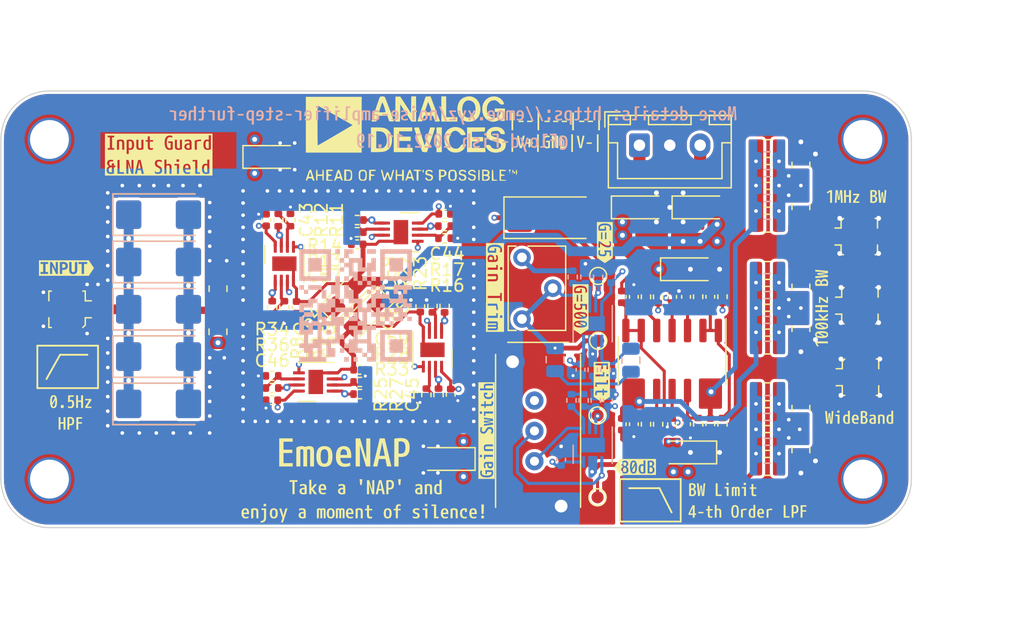
<source format=kicad_pcb>
(kicad_pcb (version 20211014) (generator pcbnew)
  (layers (0 "F.Cu" signal) (1 "In1.Cu" power) (2 "In2.Cu" power) (31 "B.Cu" signal) (34 "B.Paste" user) (35 "F.Paste" user) (36 "B.SilkS" user "B.Silkscreen") (37 "F.SilkS" user "F.Silkscreen") (38 "B.Mask" user) (39 "F.Mask" user) (44 "Edge.Cuts" user))
  (net 0 "")
  (net 1 "Net-(C1-Pad1)")
  (net 2 "Net-(C1-Pad2)")
  (net 3 "Net-(C2-Pad1)")
  (net 4 "Net-(C2-Pad2)")
  (net 5 "Net-(C3-Pad1)")
  (net 6 "Net-(C11-Pad1)")
  (net 7 "Net-(C11-Pad2)")
  (net 8 "Net-(C10-Pad1)")
  (net 9 "Net-(C10-Pad2)")
  (net 10 "Net-(C21-Pad1)")
  (net 11 "Net-(C24-Pad1)")
  (net 12 "Net-(C13-Pad1)")
  (net 13 "Net-(C13-Pad2)")
  (net 14 "Net-(C32-Pad1)")
  (net 15 "Net-(C14-Pad2)")
  (net 16 "Net-(C16-Pad1)")
  (net 17 "Net-(C16-Pad2)")
  (net 18 "Net-(C32-Pad2)")
  (net 19 "Net-(C33-Pad2)")
  (net 20 "Net-(C34-Pad1)")
  (net 21 "Net-(C34-Pad2)")
  (net 22 "Net-(J2-Pad1)")
  (net 23 "Net-(J3-Pad1)")
  (net 24 "GND")
  (net 25 "Net-(J5-Pad1)")
  (net 26 "Net-(R3-Pad2)")
  (net 27 "Net-(R20-Pad2)")
  (net 28 "Net-(C37-Pad1)")
  (net 29 "Net-(R6-Pad1)")
  (net 30 "Net-(C39-Pad1)")
  (net 31 "Net-(R11-Pad1)")
  (net 32 "Net-(R16-Pad1)")
  (net 33 "Net-(R22-Pad1)")
  (net 34 "Net-(R25-Pad1)")
  (net 35 "Net-(R34-Pad1)")
  (net 36 "VDD")
  (net 37 "VSS")
  (net 38 "Net-(R1-Pad2)")
  (net 39 "Net-(R1-Pad1)")
  (net 40 "Net-(R2-Pad2)")
  (net 41 "Net-(R5-Pad1)")
  (net 42 "Net-(RISO3-Pad2)")
  (net 43 "Net-(R4-Pad2)")
  (net 44 "Net-(R13-Pad1)")
  (net 45 "Net-(R28-Pad1)")
  (footprint "Capacitor_SMD:C_0805_2012Metric" (layer "F.Cu") (at 173.15 95.799999 180)
    (fp_text reference "C19" hide)
    (fp_text value "10uF MLCC")
  )
  (footprint "Resistor_SMD:R_0805_2012Metric" (layer "F.Cu") (at 175.9 118.6 -90)
    (fp_text reference "R15" hide)
    (fp_text value "499R")
  )
  (footprint "Capacitor_SMD:C_0402_1005Metric" (layer "F.Cu") (at 168.440001 105.964906 90)
    (fp_text reference "C16" hide)
    (fp_text value "120pF")
  )
  (footprint "Resistor_SMD:R_0402_1005Metric" (layer "F.Cu") (at 169.44 116.474906 90)
    (fp_text reference "R18" hide)
    (fp_text value "4.02k")
  )
  (footprint "Capacitor_SMD:C_0402_1005Metric" (layer "F.Cu") (at 147.05 114.05177 -90)
    (fp_text reference "C45")
    (fp_text value "0.1uF")
  )
  (footprint "Package_SON:WSON-8-1EP_3x3mm_P0.5mm_EP1.2x2mm" (layer "F.Cu") (at 133.349999 103.241769 90)
    (fp_text reference "U1" hide)
    (fp_text value "OPA1612")
  )
  (footprint "Resistor_SMD:R_0402_1005Metric" (layer "F.Cu") (at 164.14 116.474906 90)
    (fp_text reference "R29" hide)
    (fp_text value "4.02k")
  )
  (footprint "Capacitor_SMD:C_0402_1005Metric" (layer "F.Cu") (at 166.44 105.974906 90)
    (fp_text reference "C24" hide)
    (fp_text value "100pF")
  )
  (footprint "Resistor_SMD:R_0402_1005Metric" (layer "F.Cu") (at 163.140001 105.974906 90)
    (fp_text reference "R32" hide)
    (fp_text value "1.24k")
  )
  (footprint "Resistor_SMD:R_0402_1005Metric" (layer "F.Cu") (at 139.56 112.991769)
    (fp_text reference "R28")
    (fp_text value "10R")
  )
  (footprint "Resistor_SMD:R_0402_1005Metric" (layer "F.Cu") (at 163.14 116.474906 -90)
    (fp_text reference "R30" hide)
    (fp_text value "2.15k")
  )
  (footprint "Capacitor_SMD:C_0805_2012Metric" (layer "F.Cu") (at 173.15 119.95 180)
    (fp_text reference "C4" hide)
    (fp_text value "10uF MLCC")
  )
  (footprint "Capacitor_SMD:C_0402_1005Metric" (layer "F.Cu") (at 168.44 116.474906 -90)
    (fp_text reference "C14" hide)
    (fp_text value "150pF")
  )
  (footprint "Resistor_SMD:R_0402_1005Metric" (layer "F.Cu") (at 132.3375 113.491769 180)
    (fp_text reference "R36")
    (fp_text value "249R")
  )
  (footprint "Package_SON:WSON-8-1EP_3x3mm_P0.5mm_EP1.2x2mm" (layer "F.Cu") (at 135.9375 112.991769 180)
    (fp_text reference "U8" hide)
    (fp_text value "OPA1612")
  )
  (footprint "Symbol:noise_logo_15x8.3mm" (layer "F.Cu") (at 128.1 120.3)
    (fp_text reference "G***" hide)
    (fp_text value "LOGO" hide)
  )
  (footprint "kibuzzard-6378A7B0" (layer "F.Cu") (at 155.7 92.4)
    (fp_text reference "kibuzzard-6378A7B0" hide)
    (fp_text value "G***" hide)
  )
  (footprint "kibuzzard-6378A997" (layer "F.Cu") (at 162.25 120)
    (fp_text reference "kibuzzard-6378A997" hide)
    (fp_text value "G***" hide)
  )
  (footprint "Capacitor_SMD:C_0402_1005Metric" (layer "F.Cu") (at 146.55 99.141769)
    (fp_text reference "C44")
    (fp_text value "0.1uF")
  )
  (footprint "Resistor_SMD:R_0402_1005Metric" (layer "F.Cu") (at 133.35 106.841769 -90)
    (fp_text reference "R5")
    (fp_text value "10R")
  )
  (footprint "Capacitor_Tantalum_SMD:CP_EIA-3216-10_Kemet-I" (layer "F.Cu") (at 138.45 105.841769 45)
    (fp_text reference "C64")
    (fp_text value "2.2uF")
  )
  (footprint "Capacitor_Tantalum_SMD:CP_EIA-3216-10_Kemet-I" (layer "F.Cu") (at 167.6 98.6)
    (fp_text reference "C67" hide)
    (fp_text value "2.2uF")
  )
  (footprint "Connector_Coaxial:U.FL_Molex_MCRF_73412-0110_Vertical" (layer "F.Cu") (at 180.81 112.6 -90)
    (fp_text reference "J2" hide)
    (fp_text value "10Hz to WIDEBAND")
  )
  (footprint "Resistor_SMD:R_0402_1005Metric" (layer "F.Cu") (at 132.850001 99.64177 90)
    (fp_text reference "R12")
    (fp_text value "249R")
  )
  (footprint "Capacitor_Tantalum_SMD:CP_EIA-6032-20_AVX-F" (layer "F.Cu") (at 122.9875 103.099906)
    (fp_text reference "C26" hide)
    (fp_text value "16V 68uF TANTALUM")
  )
  (footprint "Resistor_SMD:R_0402_1005Metric" (layer "F.Cu") (at 164.14 105.974907 -90)
    (fp_text reference "R31" hide)
    (fp_text value "1.69k")
  )
  (footprint "Capacitor_SMD:C_0805_2012Metric" (layer "F.Cu") (at 173.15 115.85 180)
    (fp_text reference "C6" hide)
    (fp_text value "10uF MLCC")
  )
  (footprint "Resistor_SMD:R_0805_2012Metric" (layer "F.Cu") (at 175.9 108.6 -90)
    (fp_text reference "R35" hide)
    (fp_text value "499R")
  )
  (footprint "Resistor_SMD:R_0402_1005Metric" (layer "F.Cu") (at 146.55 101.141769)
    (fp_text reference "R16")
    (fp_text value "10R")
  )
  (footprint "Resistor_SMD:R_0402_1005Metric" (layer "F.Cu") (at 139.35 99.641769 180)
    (fp_text reference "R14")
    (fp_text value "249R")
  )
  (footprint "MountingHole:MountingHole_3.2mm_M3_Pad_TopOnly" (layer "F.Cu") (at 114 93)
    (fp_text reference "H1" hide)
    (fp_text value "M3")
  )
  (footprint "kibuzzard-6378A7EA" (layer "F.Cu") (at 180.7 115.9)
    (fp_text reference "kibuzzard-6378A7EA" hide)
    (fp_text value "G***" hide)
  )
  (footprint "Package_SON:WSON-8-1EP_3x3mm_P0.5mm_EP1.2x2mm" (layer "F.Cu") (at 142.95 100.641769)
    (fp_text reference "U5" hide)
    (fp_text value "OPA1612")
  )
  (footprint "kibuzzard-6378AAC6" (layer "F.Cu") (at 123 94.25)
    (fp_text reference "kibuzzard-6378AAC6" hide)
    (fp_text value "G***" hide)
  )
  (footprint "Capacitor_SMD:C_0402_1005Metric" (layer "F.Cu") (at 165.29 116.474906 90)
    (fp_text reference "C62" hide)
    (fp_text value "0.1uF")
  )
  (footprint "Capacitor_SMD:C_0805_2012Metric" (layer "F.Cu") (at 173.15 117.9 180)
    (fp_text reference "C5" hide)
    (fp_text value "10uF MLCC")
  )
  (footprint "Capacitor_SMD:C_0805_2012Metric" (layer "F.Cu") (at 173.15 105.85 180)
    (fp_text reference "C40" hide)
    (fp_text value "10uF MLCC")
  )
  (footprint "Resistor_SMD:R_0402_1005Metric" (layer "F.Cu") (at 167.44 105.964906 90)
    (fp_text reference "R21" hide)
    (fp_text value "1.24k")
  )
  (footprint "Resistor_SMD:R_0402_1005Metric" (layer "F.Cu") (at 132.3375 112.491769 180)
    (fp_text reference "R34")
    (fp_text value "10R")
  )
  (footprint "Capacitor_SMD:C_0805_2012Metric" (layer "F.Cu") (at 173.15 93.749999 180)
    (fp_text reference "C22" hide)
    (fp_text value "10uF MLCC")
  )
  (footprint "Resistor_SMD:R_0402_1005Metric" (layer "F.Cu") (at 139.56 113.99177)
    (fp_text reference "R33")
    (fp_text value "249R")
  )
  (footprint "Capacitor_SMD:C_0402_1005Metric" (layer "F.Cu") (at 139.54 111.99177 180)
    (fp_text reference "C59")
    (fp_text value "0.1uF")
  )
  (footprint "Resistor_SMD:R_0402_1005Metric" (layer "F.Cu") (at 145.05 114.051769 -90)
    (fp_text reference "R25")
    (fp_text value "10R")
  )
  (footprint "Capacitor_Tantalum_SMD:CP_EIA-6032-20_AVX-F" (layer "F.Cu") (at 122.9875 110.899906)
    (fp_text reference "C30" hide)
    (fp_text value "16V 68uF TANTALUM")
  )
  (footprint "Package_SON:WSON-8-1EP_3x3mm_P0.5mm_EP1.2x2mm" (layer "F.Cu") (at 145.55 110.341768 -90)
    (fp_text reference "U7" hide)
    (fp_text value "OPA1612")
  )
  (footprint "kibuzzard-6378A91A" (layer "F.Cu") (at 157.75 107 -90)
    (fp_text reference "kibuzzard-6378A91A" hide)
    (fp_text value "G***" hide)
  )
  (footprint "Resistor_SMD:R_0402_1005Metric" (layer "F.Cu") (at 167.44 116.474906 -90)
    (fp_text reference "R19" hide)
    (fp_text value "2.15k")
  )
  (footprint "Capacitor_Tantalum_SMD:CP_EIA-6032-20_AVX-F" (layer "F.Cu") (at 122.9875 99.199906)
    (fp_text reference "C23" hide)
    (fp_text value "16V 68uF TANTALUM")
  )
  (footprint "Connector_JST:JST_XH_B3B-XH-A_1x03_P2.50mm_Vertical" (layer "F.Cu") (at 162.6 93.475)
    (fp_text reference "J1" hide)
    (fp_text value "Power")
  )
  (footprint "EmoeNAP_FootPrint_Lib:PS-12E05" (layer "F.Cu") (at 153.95 114.524906 -90)
    (fp_text reference "U4" hide)
    (fp_text value "PS-12E05")
  )
  (footprint "kibuzzard-6378A8E8" (layer "F.Cu") (at 159.75 101.5 -90)
    (fp_text reference "kibuzzard-6378A8E8" hide)
    (fp_text value "G***" hide)
  )
  (footprint "kibuzzard-6378A691" (layer "F.Cu") (at 150.7 105.2 -90)
    (fp_text reference "kibuzzard-6378A691" hide)
    (fp_text value "G***" hide)
  )
  (footprint "Capacitor_SMD:C_0402_1005Metric" (layer "F.Cu") (at 162.14 116.474906 -90)
    (fp_text reference "C37" hide)
    (fp_text value "220pF")
  )
  (footprint "Capacitor_SMD:C_0805_2012Metric" (layer "F.Cu") (at 173.15 97.85 180)
    (fp_text reference "C17" hide)
    (fp_text value "10uF MLCC")
  )
  (footprint "Capacitor_SMD:C_0402_1005Metric" (layer "F.Cu") (at 165.29 105.974906 90)
    (fp_text reference "C49" hide)
    (fp_text value "0.1uF")
  )
  (footprint "Connector_Coaxial:U.FL_Molex_MCRF_73412-0110_Vertical" (layer "F.Cu") (at 115.45 106.999906 90)
    (fp_text reference "J4" hide)
    (fp_text value "Input")
  )
  (footprint "MountingHole:MountingHole_3.2mm_M3_Pad_TopOnly" (layer "F.Cu") (at 114 121)
    (fp_text reference "H3" hide)
    (fp_text value "M3")
  )
  (footprint "Capacitor_SMD:C_0402_1005Metric" (layer "F.Cu") (at 166.44 116.474906 -90)
    (fp_text reference "C21" hide)
    (fp_text value "22pF")
  )
  (footprint "Resistor_SMD:R_0805_2012Metric" (layer "F.Cu") (at 175.9 98.55 -90)
    (fp_text reference "RISO2" hide)
    (fp_text value "0R")
  )
  (footprint "Connector_Coaxial:U.FL_Molex_MCRF_73412-0110_Vertical" (layer "F.Cu") (at 180.76 106.7 -90)
    (fp_text reference "J5" hide)
    (fp_text value "10Hz to 100kHz")
  )
  (footprint "kibuzzard-6378A5E8" (layer "F.Cu") (at 139.8 122.8)
    (fp_text reference "kibuzzard-6378A5E8" hide)
    (fp_text value "G***" hide)
  )
  (footprint "Capacitor_SMD:C_0805_2012Metric" (layer "F.Cu") (at 173.15 113.799999 180)
    (fp_text reference "C7" hide)
    (fp_text value "10uF MLCC")
  )
  (footprint "Connector_Coaxial:U.FL_Molex_MCRF_73412-0110_Vertical" (layer "F.Cu") (at 180.71 101 -90)
    (fp_text reference "J3" hide)
    (fp_text value "10Hz to 1MHz")
  )
  (footprint "Symbol:emoe_logo_7mmx7mm_mask" (layer "F.Cu") (at 114.25 100.25)
    (fp_text reference "G***" hide)
    (fp_text value "LOGO" hide)
  )
  (footprint "kibuzzard-6378A94A" (layer "F.Cu") (at 159.5 113 -90)
    (fp_text reference "kibuzzard-6378A94A" hide)
    (fp_text value "G***" hide)
  )
  (footprint "Resistor_SMD:R_0402_1005Metric" (layer "F.Cu") (at 169.439999 105.964906 -90)
    (fp_text reference "R20" hide)
    (fp_text value "1.69k")
  )
  (footprint "Capacitor_Tantalum_SMD:CP_EIA-3216-10_Kemet-I" (layer "F.Cu") (at 162.6 98.6)
    (fp_text reference "C54" hide)
    (fp_text value "2.2uF")
  )
  (footprint "Resistor_SMD:R_0805_2012Metric" (layer "F.Cu") (at 175.9 95.1 90)
    (fp_text reference "R24" hide)
    (fp_text value "499R")
  )
  (footprint "Capacitor_SMD:C_0402_1005Metric" (layer "F.Cu") (at 144.55 106.741768 -90)
    (fp_text reference "C58")
    (fp_text value "0.1uF")
  )
  (footprint "Resistor_SMD:R_0805_2012Metric" (layer "F.Cu") (at 127.8875 105.305586 90)
    (fp_text reference "R26" hide)
    (fp_text value "499R")
  )
  (footprint "Capacitor_SMD:C_0402_1005Metric" (layer "F.Cu") (at 161.14 105.974906 90)
    (fp_text reference "C34" hide)
    (fp_text value "1200pF")
  )
  (footprint "Resistor_SMD:R_0402_1005Metric" (layer "F.Cu") (at 133.850001 99.641769 90)
    (fp_text reference "R11")
    (fp_text value "10R")
  )
  (footprint "TestPoint:TestPoint_Pad_D1.0mm" (layer "F.Cu") (at 159.15 115.749906)
    (fp_text reference "TP2" hide)
    (fp_text value "TestPoint_Probe")
  )
  (footprint "TestPoint:TestPoint_Pad_D1.0mm" (layer "F.Cu") (at 159.2 104.249906)
    (fp_text reference "TP4" hide)
    (fp_text value "TestPoint_Probe")
  )
  (footprint "Capacitor_SMD:C_0805_2012Metric" (layer "F.Cu") (at 173.15 99.9 180)
    (fp_text reference "C13" hide)
    (fp_text value "10uF MLCC")
  )
  (footprint "kibuzzard-6378A8BF" (layer "F.Cu") (at 171.5 122.75)
    (fp_text reference "kibuzzard-6378A8BF" hide)
    (fp_text value "G***" hide)
  )
  (footprint "Capacitor_SMD:C_0805_2012Metric" (layer "F.Cu") (at 173.15 109.95 180)
    (fp_text reference "C42" hide)
    (fp_text value "10uF MLCC")
  )
  (footprint "kibuzzard-6378A7F5" (layer "F.Cu") (at 177.6 106.9 90)
    (fp_text reference "kibuzzard-6378A7F5" hide)
    (fp_text value "G***" hide)
  )
  (footprint "Capacitor_SMD:C_0402_1005Metric" (layer "F.Cu") (at 161.14 116.474906 -90)
    (fp_text reference "C33" hide)
    (fp_text value "1500pF")
  )
  (footprint "Capacitor_Tantalum_SMD:CP_EIA-3216-10_Kemet-I" (layer "F.Cu") (at 166.65 118.799906 180)
    (fp_text reference "C66" hide)
    (fp_text value "2.2uF")
  )
  (footprint "kibuzzard-6378A7DC" (layer "F.Cu") (at 180.5 97.7)
    (fp_text reference "kibuzzard-6378A7DC" hide)
    (fp_text value "G***" hide)
  )
  (footprint "TestPoint:TestPoint_Pad_D1.0mm" (layer "F.Cu") (at 159.2 109.6)
    (fp_text reference "TP1" hide)
    (fp_text value "TestPoint_Probe")
  )
  (footprint "Capacitor_SMD:C_0805_2012Metric" (layer "F.Cu") (at 173.15 107.9 180)
    (fp_text reference "C41" hide)
    (fp_text value "10uF MLCC")
  )
  (footprint "Resistor_SMD:R_0402_1005Metric" (layer "F.Cu") (at 145.55 106.741769 90)
    (fp_text reference "R22")
    (fp_text value "10R")
  )
  (footprint "Resistor_SMD:R_0402_1005Metric" (layer "F.Cu") (at 146.55 106.741769 90)
    (fp_text reference "R23")
    (fp_text value "249R")
  )
  (footprint "Capacitor_SMD:C_0402_1005Metric" (layer "F.Cu") (at 162.14 105.974906 90)
    (fp_text reference "C39" hide)
    (fp_text value "1000pF")
  )
  (footprint "kibuzzard-6378A590" (layer "F.Cu") (at 138.3 118.8)
    (fp_text reference "kibuzzard-6378A590" hide)
    (fp_text value "G***" hide)
  )
  (footprint "TestPoint:TestPoint_Pad_D1.0mm" (layer "F.Cu") (at 159.15 122.5)
    (fp_text reference "TP3" hide)
    (fp_text value "TestPoint_Probe")
  )
  (footprint "Resistor_SMD:R_0805_2012Metric" (layer "F.Cu") (at 127.881426 108.855586 -90)
    (fp_text reference "RISO3" hide)
    (fp_text value "10R")
  )
  (footprint "Resistor_SMD:R_0805_2012Metric" (layer "F.Cu") (at 175.9 115.15 90)
    (fp_text reference "RISO1" hide)
    (fp_text value "0R")
  )
  (footprint "Resistor_SMD:R_0402_1005Metric" (layer "F.Cu") (at 146.55 100.141769)
    (fp_text reference "R17")
    (fp_text value "249R")
  )
  (footprint "Resistor_SMD:R_0402_1005Metric" (layer "F.Cu") (at 146.05 114.051769 -90)
    (fp_text reference "R27")
    (fp_text value "249R")
  )
  (footprint "Resistor_SMD:R_0402_1005Metric" (layer "F.Cu") (at 132.35 106.841768 -90)
    (fp_text reference "R8")
    (fp_text value "249R")
  )
  (footprint "Resistor_SMD:R_0402_1005Metric" (layer "F.Cu") (at 139.35 100.641769 180)
    (fp_text reference "R13")
    (fp_text value "10R")
  )
  (footprint "Capacitor_SMD:C_0402_1005Metric" (layer "F.Cu") (at 131.850001 99.641769 90)
    (fp_text reference "C43")
    (fp_text value "0.1uF")
  )
  (footprint "Potentiometer_THT:Potentiometer_Bourns_3266W_Vertical" (layer "F.Cu") (at 152.925 102.724906 90)
    (fp_text reference "RV1" hide)
    (fp_text value "1k")
  )
  (footprint "Capacitor_Tantalum_SMD:CP_EIA-6032-20_AVX-F" (layer "F.Cu") (at 122.9875 114.799906)
    (fp_text reference "C31" hide)
    (fp_text value "16V 68uF TANTALUM")
  )
  (footprint "Capacitor_Tantalum_SMD:CP_EIA-3216-10_Kemet-I" (layer "F.Cu") (at 132.25 94.441769)
    (fp_text reference "C52" hide)
    (fp_text value "2.2uF")
  )
  (footprint "Capacitor_Tantalum_SMD:CP_EIA-3216-10_Kemet-I" (layer "F.Cu") (at 146.75 119.341769 180)
    (fp_text reference "C51" hide)
    (fp_text value "2.2uF")
  )
  (footprint "MountingHole:MountingHole_3.2mm_M3_Pad_TopOnly" (layer "F.Cu") (at 181 121)
    (fp_text reference "H4" hide)
    (fp_text value "M3")
  )
  (footprint "Capacitor_SMD:C_0402_1005Metric" (layer "F.Cu") (at 132.317501 114.491769 180)
    (fp_text reference "C46")
    (fp_text value "0.1uF")
  )
  (footprint "Capacitor_Tantalum_SMD:CP_EIA-3216-10_Kemet-I" (layer "F.Cu") (at 140.05 107.441769 -135)
    (fp_text reference "C65")
    (fp_text value "2.2uF")
  )
  (footprint "kibuzzard-6378A846" (layer "F.Cu") (at 115.75 115.5)
    (fp_text reference "kibuzzard-6378A846" hide)
    (fp_text value "G***" hide)
  )
  (footprint "Capacitor_Tantalum_SMD:CP_EIA-6032-20_AVX-F" (layer "F.Cu") (at 155.2 99.449906)
    (fp_text reference "C1" hide)
    (fp_text value "330uF TANTALUM")
  )
  (footprint "Resistor_SMD:R_0805_2012Metric" (layer "F.Cu") (at 175.9 105.15 90)
    (fp_text reference "RISO4" hide)
    (fp_text value "0R")
  )
  (footprint "MountingHole:MountingHole_3.2mm_M3_Pad_TopOnly" (layer "F.Cu") (at 181 93)
    (fp_text reference "H2" hide)
    (fp_text value "M3")
  )
  (footprint "Capacitor_Tantalum_SMD:CP_EIA-3216-10_Kemet-I" (layer "F.Cu") (at 166.65 103.699906)
    (fp_text reference "C53" hide)
    (fp_text value "2.2uF")
  )
  (footprint "Capacitor_SMD:C_0402_1005Metric" (layer "F.Cu") (at 139.35 101.641769)
    (fp_text reference "C57")
    (fp_text value "0.1uF")
  )
  (footprint "Package_SO:SOIC-14_3.9x8.7mm_P1.27mm" (layer "F.Cu") (at 165.29 111.224906 -90)
    (fp_text reference "U6" hide)
    (fp_text value "OPA1679")
  )
  (footprint "Capacitor_Tantalum_SMD:CP_EIA-6032-20_AVX-F" (layer "F.Cu") (at 122.9875 106.999906)
    (fp_text reference "C28" hide)
    (fp_text value "16V 68uF TANTALUM")
  )
  (footprint "Capacitor_SMD:C_0805_2012Metric" (layer "F.Cu") (at 173.15 103.8 180)
    (fp_text reference "C38" hide)
    (fp_text value "10uF MLCC")
  )
  (footprint "kibuzzard-6378A61B" (layer "F.Cu") (at 115.4 103.6)
    (fp_text reference "kibuzzard-6378A61B" hide)
    (fp_text value "G***" hide)
  )
  (footprint "Capacitor_SMD:C_0402_1005Metric" (layer "F.Cu") (at 134.35 106.841769 90)
    (fp_text reference "C56")
    (fp_text value "0.1uF")
  )
  (footprint "kibuzzard-6378AA98" (layer "F.Cu") (at 150 117 90)
    (fp_text reference "kibuzzard-6378AA98" hide)
    (fp_text value "G***" hide)
  )
  (footprint "kibuzzard-6378AB08" (layer "B.Cu") (at 148 93.25 180)
    (fp_text reference "kibuzzard-6378AB08" hide)
    (fp_text value "G***" hide)
  )
  (footprint "Capacitor_SMD:C_0402_1005Metric" (layer "B.Cu") (at 160 114.506203 -90)
    (fp_text reference "C61" hide)
    (fp_text value "0.1uF")
  )
  (footprint "Capacitor_SMD:C_0805_2012Metric" (layer "B.Cu") (at 173.15 118.95 180)
    (fp_text reference "C10" hide)
    (fp_text value "10uF MLCC")
  )
  (footprint "Resistor_SMD:R_0402_1005Metric" (layer "B.Cu") (at 159.800001 111.98556 -90)
    (fp_text reference "R9" hide)
    (fp_text value "5.76k")
  )
  (footprint "Resistor_SMD:R_0402_1005Metric" (layer "B.Cu") (at 159 114.511406 -90)
    (fp_text reference "R2" hide)
    (fp_text value "100R")
  )
  (footprint "Resistor_SMD:R_0402_1005Metric" (layer "B.Cu") (at 157.1 104.33556 90)
    (fp_text reference "R1" hide)
    (fp_text value "1.6k")
  )
  (footprint "Resistor_SMD:R_0402_1005Metric" (layer "B.Cu") (at 158 114.511406 90)
    (fp_text reference "R3" hide)
    (fp_text value "1.6k")
  )
  (footprint "Capacitor_SMD:C_0805_2012Metric" (layer "B.Cu") (at 161.9 111.199906 -90)
    (fp_text reference "C3" hide)
    (fp_text value "4.7uF")
  )
  (footprint "kibuzzard-6378AB16" (layer "B.Cu") (at 147.25 91 180)
    (fp_text reference "kibuzzard-6378AB16" hide)
    (fp_text value "G***" hide)
  )
  (footprint "Capacitor_SMD:C_0805_2012Metric" (layer "B.Cu") (at 173.15 116.9 180)
    (fp_text reference "C9" hide)
    (fp_text value "10uF MLCC")
  )
  (footprint "Capacitor_SMD:C_0805_2012Metric" (layer "B.Cu") (at 173.15 114.85 180)
    (fp_text reference "C8" hide)
    (fp_text value "10uF MLCC")
  )
  (footprint "Package_SON:WSON-8-1EP_3x3mm_P0.5mm_EP1.2x2mm" (layer "B.Cu") (at 158.75 118.199906 -90)
    (fp_text reference "U3" hide)
    (fp_text value "OPA1612")
  )
  (footprint "Resistor_SMD:R_0402_1005Metric" (layer "B.Cu") (at 159.2 104.335561 90)
    (fp_text reference "R10" hide)
    (fp_text value "100R")
  )
  (footprint "Capacitor_SMD:C_0402_1005Metric" (layer "B.Cu") (at 156.15 119.399906 90)
    (fp_text reference "C48" hide)
    (fp_text value "0.1uF")
  )
  (footprint "Capacitor_Tantalum_SMD:CP_EIA-6032-20_AVX-F" (layer "B.Cu") (at 122.9875 114.799906)
    (fp_text reference "C11" hide)
    (fp_text value "16V 68uF TANTALUM")
  )
  (footprint "Capacitor_SMD:C_0805_2012Metric" (layer "B.Cu") (at 155.65 111.149906 90)
    (fp_text reference "C2" hide)
    (fp_text value "4.7uF")
  )
  (footprint "Capacitor_SMD:C_0805_2012Metric" (layer "B.Cu") (at 173.138096 108.9 180)
    (fp_text reference "C32" hide)
    (fp_text value "10uF MLCC")
  )
  (footprint "Capacitor_Tantalum_SMD:CP_EIA-6032-20_AVX-F" (layer "B.Cu") (at 122.9875 103.099906)
    (fp_text reference "C18" hide)
    (fp_text value "16V 68uF TANTALUM")
  )
  (footprint "Capacitor_SMD:C_0805_2012Metric" (layer "B.Cu") (at 173.138096 96.799999 180)
    (fp_text reference "C27" hide)
    (fp_text value "10uF MLCC")
  )
  (footprint "Capacitor_SMD:C_0805_2012Metric" (layer "B.Cu") (at 173.138096 98.849999 180)
    (fp_text reference "C29" hide)
    (fp_text value "10uF MLCC")
  )
  (footprint "Custom_Logo:emoe_qrcode_silk_10x10mm" (layer "B.Cu") (at 139.2 106.7 180)
    (fp_text reference "G***" hide)
    (fp_text value "LOGO" hide)
  )
  (footprint "Capacitor_SMD:C_0805_2012Metric" (layer "B.Cu") (at 173.138097 104.8 180)
    (fp_text reference "C36" hide)
    (fp_text value "10uF MLCC")
  )
  (footprint "Package_SON:WSON-8-1EP_3x3mm_P0.5mm_EP1.2x2mm" (layer "B.Cu") (at 158.75 108.18556 -90)
    (fp_text reference "U2" hide)
    (fp_text value "OPA1612")
  )
  (footprint "Capacitor_SMD:C_0402_1005Metric" (layer "B.Cu") (at 157.75 111.98556 -90)
    (fp_text reference "C47" hide)
    (fp_text value "0.1uF")
  )
  (footprint "Custom_Logo:texas_instruments_12x3.6mm" (layer "B.Cu") (at 123.8 93.95 180)
    (fp_text reference "G***" hide)
    (fp_text value "LOGO" hide)
  )
  (footprint "Capacitor_Tantalum_SMD:CP_EIA-6032-20_AVX-F" (layer "B.Cu") (at 122.9875 99.199906)
    (fp_text reference "C20" hide)
    (fp_text value "16V 68uF TANTALUM")
  )
  (footprint "Capacitor_Tantalum_SMD:CP_EIA-6032-20_AVX-F" (layer "B.Cu") (at 122.9875 110.899906)
    (fp_text reference "C12" hide)
    (fp_text value "16V 68uF TANTALUM")
  )
  (footprint "Symbol:Analog_Devices_20mmx20mm" (layer "B.Cu") (at 143.8 92.8 180)
    (fp_text reference "G***" hide)
    (fp_text value "LOGO" hide)
  )
  (footprint "Capacitor_SMD:C_0402_1005Metric" (layer "B.Cu") (at 160.25 104.33556 -90)
    (fp_text reference "C60" hide)
    (fp_text value "0.1uF")
  )
  (footprint "Capacitor_SMD:C_0805_2012Metric" (layer "B.Cu") (at 173.138096 94.749999 180)
    (fp_text reference "C25" hide)
    (fp_text value "10uF MLCC")
  )
  (footprint "Capacitor_SMD:C_0805_2012Metric" (layer "B.Cu") (at 173.138096 106.849999 180)
    (fp_text reference "C35" hide)
    (fp_text value "10uF MLCC")
  )
  (footprint "Resistor_SMD:R_0402_1005Metric" (layer "B.Cu") (at 157 114.511406 -90)
    (fp_text reference "R4" hide)
    (fp_text value "300R")
  )
  (footprint "Resistor_SMD:R_0402_1005Metric" (layer "B.Cu") (at 158.75 111.985561 -90)
    (fp_text reference "R6" hide)
    (fp_text value "2k")
  )
  (footprint "Resistor_SMD:R_0402_1005Metric" (layer "B.Cu") (at 158.15 104.335561 -90)
    (fp_text reference "R7" hide)
    (fp_text value "100R")
  )
  (footprint "Capacitor_Tantalum_SMD:CP_EIA-6032-20_AVX-F" (layer "B.Cu") (at 122.9875 106.999906)
    (fp_text reference "C15" hide)
    (fp_text value "16V 68uF TANTALUM")
  )
  (gr_line (start 114.875 110.75) (end 113.75 112.75) (layer "F.SilkS") (width 0.15))
  (gr_line (start 161.75 121.75) (end 164.25 121.75) (layer "F.SilkS") (width 0.15))
  (gr_line (start 161 121) (end 166 121) (layer "F.SilkS") (width 0.15))
  (gr_line (start 113 110) (end 118 110) (layer "F.SilkS") (width 0.15))
  (gr_line (start 161 124.5) (end 161 121) (layer "F.SilkS") (width 0.15))
  (gr_line (start 166 121) (end 166 124.5) (layer "F.SilkS") (width 0.15))
  (gr_line (start 118 113.5) (end 113 113.5) (layer "F.SilkS") (width 0.15))
  (gr_line (start 117.125 110.75) (end 114.875 110.75) (layer "F.SilkS") (width 0.15))
  (gr_line (start 113 113.5) (end 113 110) (layer "F.SilkS") (width 0.15))
  (gr_line (start 118 110) (end 118 113.5) (layer "F.SilkS") (width 0.15))
  (gr_line (start 166 124.5) (end 161 124.5) (layer "F.SilkS") (width 0.15))
  (gr_line (start 164.25 121.75) (end 165.25 123.75) (layer "F.SilkS") (width 0.15))
  (gr_arc (start 110 93) (mid 111.171573 90.171573) (end 114 89) (layer "Edge.Cuts") (width 0.1))
  (gr_line (start 114 89) (end 181 89) (layer "Edge.Cuts") (width 0.1))
  (gr_line (start 114 125) (end 181 125) (layer "Edge.Cuts") (width 0.1))
  (gr_line (start 110 93) (end 110 121) (layer "Edge.Cuts") (width 0.1))
  (gr_arc (start 114 125) (mid 111.171573 123.828427) (end 110 121) (layer "Edge.Cuts") (width 0.1))
  (gr_arc (start 185 121) (mid 183.828427 123.828427) (end 181 125) (layer "Edge.Cuts") (width 0.1))
  (gr_arc (start 181 89) (mid 183.828427 90.171573) (end 185 93) (layer "Edge.Cuts") (width 0.1))
  (gr_line (start 185 93) (end 185 121) (layer "Edge.Cuts") (width 0.1))
  (segment (start 145.8 112.541769) (end 146.05 112.791769) (width 0.25) (layer "F.Cu") (net 1))
  (segment (start 133.5 113.491769) (end 132.8475 113.491769) (width 0.25) (layer "F.Cu") (net 1))
  (segment (start 137.325 113.741769) (end 138.1 113.741769) (width 0.25) (layer "F.Cu") (net 1))
  (segment (start 144.3375 100.391769) (end 145.1 100.391769) (width 0.25) (layer "F.Cu") (net 1))
  (segment (start 145.4 100.141769) (end 146.04 100.141769) (width 0.25) (layer "F.Cu") (net 1))
  (segment (start 141.5625 99.891769) (end 140.8 99.891769) (width 0.25) (layer "F.Cu") (net 1))
  (segment (start 132.35 105.641769) (end 132.35 106.331768) (width 0.25) (layer "F.Cu") (net 1))
  (segment (start 146.3 108.954268) (end 146.3 108.191769) (width 0.25) (layer "F.Cu") (net 1))
  (segment (start 132.599999 104.629269) (end 132.599999 105.39177) (width 0.25) (layer "F.Cu") (net 1))
  (segment (start 132.850001 100.79177) (end 132.850001 100.15177) (width 0.25) (layer "F.Cu") (net 1))
  (segment (start 132.95 100.891769) (end 132.850001 100.79177) (width 0.25) (layer "F.Cu") (net 1))
  (segment (start 133.099999 101.041768) (end 132.95 100.891769) (width 0.25) (layer "F.Cu") (net 1))
  (segment (start 138.325 113.966769) (end 138.350001 113.99177) (width 0.25) (layer "F.Cu") (net 1))
  (segment (start 134.55 113.241769) (end 133.75 113.241769) (width 0.25) (layer "F.Cu") (net 1))
  (segment (start 138.350001 113.99177) (end 139.05 113.99177) (width 0.25) (layer "F.Cu") (net 1))
  (segment (start 132.599999 105.39177) (end 132.35 105.641769) (width 0.25) (layer "F.Cu") (net 1))
  (segment (start 138.1 113.741769) (end 138.325 113.966769) (width 0.25) (layer "F.Cu") (net 1))
  (segment (start 145.8 111.729268) (end 145.8 112.541769) (width 0.25) (layer "F.Cu") (net 1))
  (segment (start 133.55 113.441769) (end 133.5 113.491769) (width 0.25) (layer "F.Cu") (net 1))
  (segment (start 133.099999 101.854269) (end 133.099999 101.041768) (width 0.25) (layer "F.Cu") (net 1))
  (segment (start 146.55 107.941769) (end 146.55 107.251769) (width 0.25) (layer "F.Cu") (net 1))
  (segment (start 133.75 113.241769) (end 133.55 113.441769) (width 0.25) (layer "F.Cu") (net 1))
  (segment (start 145.1 100.391769) (end 145.35 100.141769) (width 0.25) (layer "F.Cu") (net 1))
  (segment (start 146.3 108.191769) (end 146.55 107.941769) (width 0.25) (layer "F.Cu") (net 1))
  (segment (start 140.55 99.641769) (end 139.86 99.641769) (width 0.25) (layer "F.Cu") (net 1))
  (segment (start 145.35 100.141769) (end 145.4 100.141769) (width 0.25) (layer "F.Cu") (net 1))
  (segment (start 146.05 112.791769) (end 146.05 113.541769) (width 0.25) (layer "F.Cu") (net 1))
  (segment (start 140.8 99.891769) (end 140.55 99.641769) (width 0.25) (layer "F.Cu") (net 1))
  (segment (start 150.65 99.449906) (end 152.7375 99.449906) (width 0.4) (layer "F.Cu") (net 1))
  (via (at 132.35 105.641769) (size 0.603) (drill 0.301) (layers "F.Cu" "B.Cu") (net 1))
  (via (at 145.4 100.141769) (size 0.603) (drill 0.301) (layers "F.Cu" "B.Cu") (net 1))
  (via (at 150.65 99.449906) (size 0.5) (drill 0.25) (layers "F.Cu" "B.Cu") (net 1))
  (via (at 140.55 99.641769) (size 0.603) (drill 0.301) (layers "F.Cu" "B.Cu") (net 1))
  (via (at 146.05 112.791769) (size 0.603) (drill 0.301) (layers "F.Cu" "B.Cu") (net 1))
  (via (at 138.325 113.966769) (size 0.603) (drill 0.301) (layers "F.Cu" "B.Cu") (net 1))
  (via (at 146.55 107.941769) (size 0.603) (drill 0.301) (layers "F.Cu" "B.Cu") (net 1))
  (via (at 133.55 113.441769) (size 0.603) (drill 0.301) (layers "F.Cu" "B.Cu") (net 1))
  (via (at 132.95 100.891769) (size 0.603) (drill 0.301) (layers "F.Cu" "B.Cu") (net 1))
  (segment (start 157.6625 101.2625) (end 159.200001 102.800001) (width 0.4) (layer "F.Cu") (net 2))
  (segment (start 157.6625 99.449906) (end 157.6625 101.2625) (width 0.4) (layer "F.Cu") (net 2))
  (segment (start 159.200001 102.800001) (end 159.200001 105.63556) (width 0.4) (layer "F.Cu") (net 2))
  (via (at 159.200001 105.63556) (size 0.5) (drill 0.25) (layers "F.Cu" "B.Cu") (net 2))
  (segment (start 159.2 105.68556) (end 159.200001 105.63556) (width 0.25) (layer "B.Cu") (net 2))
  (segment (start 159 105.88556) (end 159.2 105.68556) (width 0.25) (layer "B.Cu") (net 2))
  (segment (start 159.200001 105.63556) (end 159.2 104.84556) (width 0.25) (layer "B.Cu") (net 2))
  (segment (start 159 106.79806) (end 159 105.88556) (width 0.25) (layer "B.Cu") (net 2))
  (segment (start 156.7 113.149906) (end 155.65 112.099906) (width 0.25) (layer "B.Cu") (net 3))
  (segment (start 160.9 113.149906) (end 161.9 112.149906) (width 0.25) (layer "B.Cu") (net 3))
  (segment (start 158.75 113.149906) (end 156.7 113.149906) (width 0.25) (layer "B.Cu") (net 3))
  (segment (start 158.75 113.149906) (end 160.9 113.149906) (width 0.25) (layer "B.Cu") (net 3))
  (segment (start 158.75 112.495561) (end 158.75 113.149906) (width 0.25) (layer "B.Cu") (net 3))
  (segment (start 158.149906 109.6) (end 159.3 109.6) (width 0.4) (layer "F.Cu") (net 4))
  (segment (start 155.65 110.199906) (end 157.55 110.199906) (width 0.4) (layer "F.Cu") (net 4))
  (segment (start 157.55 110.199906) (end 158.149906 109.6) (width 0.4) (layer "F.Cu") (net 4))
  (via (at 155.65 110.199906) (size 0.5) (drill 0.25) (layers "F.Cu" "B.Cu") (net 4))
  (segment (start 156.25 105.849906) (end 155.9 105.499906) (width 0.25) (layer "B.Cu") (net 4))
  (segment (start 158 106.79806) (end 158 106.199906) (width 0.25) (layer "B.Cu") (net 4))
  (segment (start 155.465 105.264906) (end 152.925 107.804906) (width 0.4) (layer "B.Cu") (net 4))
  (segment (start 152.925 107.804906) (end 155.27 110.149906) (width 0.4) (layer "B.Cu") (net 4))
  (segment (start 157.65 105.849906) (end 156.25 105.849906) (width 0.25) (layer "B.Cu") (net 4))
  (segment (start 158 106.199906) (end 157.65 105.849906) (width 0.25) (layer "B.Cu") (net 4))
  (segment (start 159.5 111.17556) (end 159.8 111.47556) (width 0.25) (layer "B.Cu") (net 5))
  (segment (start 160.474346 111.47556) (end 161.45 110.499906) (width 0.25) (layer "B.Cu") (net 5))
  (segment (start 159.5 109.573059) (end 159.5 111.17556) (width 0.25) (layer "B.Cu") (net 5))
  (segment (start 159.800001 111.47556) (end 160.474346 111.47556) (width 0.25) (layer "B.Cu") (net 5))
  (segment (start 120.525 114.799906) (end 120.525 99.199906) (width 0.8) (layer "F.Cu") (net 6))
  (segment (start 116.95 106.999906) (end 120.525 106.999906) (width 0.8) (layer "F.Cu") (net 6))
  (via (at 120.525 101.174906) (size 0.8) (drill 0.4) (layers "F.Cu" "B.Cu") (net 6))
  (via (at 120.525 108.974906) (size 0.8) (drill 0.4) (layers "F.Cu" "B.Cu") (net 6))
  (via (at 120.525 105.074906) (size 0.8) (drill 0.4) (layers "F.Cu" "B.Cu") (net 6))
  (via (at 120.525 112.874906) (size 0.8) (drill 0.4) (layers "F.Cu" "B.Cu") (net 6))
  (segment (start 120.525 108.974906) (end 120.525 112.874906) (width 0.8) (layer "B.Cu") (net 6))
  (segment (start 120.525 112.874906) (end 120.525 114.799906) (width 0.8) (layer "B.Cu") (net 6))
  (segment (start 120.525 101.174906) (end 120.525 105.074906) (width 0.8) (layer "B.Cu") (net 6))
  (segment (start 120.525 105.074906) (end 120.525 108.974906) (width 0.8) (layer "B.Cu") (net 6))
  (segment (start 120.525 99.199906) (end 120.525 101.174906) (width 0.8) (layer "B.Cu") (net 6))
  (segment (start 127.021963 107.083623) (end 127.881426 107.943086) (width 0.6) (layer "F.Cu") (net 7))
  (segment (start 127.8875 106.218086) (end 127.021963 107.083623) (width 0.6) (layer "F.Cu") (net 7))
  (segment (start 127.021963 107.083623) (end 125.533717 107.083623) (width 0.6) (layer "F.Cu") (net 7))
  (segment (start 125.45 99.199906) (end 125.45 114.799906) (width 0.8) (layer "F.Cu") (net 7))
  (via (at 125.45 105.049906) (size 0.8) (drill 0.4) (layers "F.Cu" "B.Cu") (net 7))
  (via (at 125.45 101.149906) (size 0.8) (drill 0.4) (layers "F.Cu" "B.Cu") (net 7))
  (via (at 125.45 108.949906) (size 0.8) (drill 0.4) (layers "F.Cu" "B.Cu") (net 7))
  (via (at 125.45 112.849906) (size 0.8) (drill 0.4) (layers "F.Cu" "B.Cu") (net 7))
  (segment (start 125.45 112.849906) (end 125.45 114.799906) (width 0.8) (layer "B.Cu") (net 7))
  (segment (start 125.45 108.949906) (end 125.45 112.849906) (width 0.8) (layer "B.Cu") (net 7))
  (segment (start 125.45 105.049906) (end 125.45 108.949906) (width 0.8) (layer "B.Cu") (net 7))
  (segment (start 125.45 101.149906) (end 125.45 105.049906) (width 0.8) (layer "B.Cu") (net 7))
  (segment (start 125.45 99.199906) (end 125.45 101.149906) (width 0.8) (layer "B.Cu") (net 7))
  (via (at 174.1 114.8) (size 0.603) (drill 0.301) (layers "F.Cu" "B.Cu") (net 8))
  (via (at 174.1 116.9) (size 0.603) (drill 0.301) (layers "F.Cu" "B.Cu") (net 8))
  (via (at 175.8 116.9) (size 0.603) (drill 0.301) (layers "F.Cu" "B.Cu") (net 8))
  (via (at 174.9 117.6) (size 0.603) (drill 0.301) (layers "F.Cu" "B.Cu") (net 8))
  (via (at 174.9 116.1) (size 0.603) (drill 0.301) (layers "F.Cu" "B.Cu") (net 8))
  (via (at 174.1 118.9) (size 0.603) (drill 0.301) (layers "F.Cu" "B.Cu") (net 8))
  (segment (start 158.7 120.4) (end 159.3 119.8) (width 0.4) (layer "F.Cu") (net 9))
  (segment (start 170.4 122) (end 172.2 120.2) (width 0.4) (layer "F.Cu") (net 9))
  (segment (start 163.1 122) (end 170.4 122) (width 0.4) (layer "F.Cu") (net 9))
  (segment (start 160.9 119.8) (end 163.1 122) (width 0.4) (layer "F.Cu") (net 9))
  (segment (start 159.3 119.8) (end 160.9 119.8) (width 0.4) (layer "F.Cu") (net 9))
  (via (at 172.2 116.9) (size 0.603) (drill 0.301) (layers "F.Cu" "B.Cu") (net 9))
  (via (at 158.7 120.4) (size 0.603) (drill 0.301) (layers "F.Cu" "B.Cu") (net 9))
  (via (at 172.2 114.8) (size 0.603) (drill 0.301) (layers "F.Cu" "B.Cu") (net 9))
  (via (at 172.2 118.9) (size 0.603) (drill 0.301) (layers "F.Cu" "B.Cu") (net 9))
  (segment (start 167.44 115.964906) (end 166.47 115.964906) (width 0.25) (layer "F.Cu") (net 10))
  (segment (start 166.56 113.699906) (end 166.56 115.874906) (width 0.25) (layer "F.Cu") (net 10))
  (segment (start 166.56 108.749906) (end 166.56 106.574906) (width 0.25) (layer "F.Cu") (net 11))
  (segment (start 167.44 106.474906) (end 166.46 106.474906) (width 0.25) (layer "F.Cu") (net 11))
  (via (at 175.9 96.8) (size 0.603) (drill 0.301) (layers "F.Cu" "B.Cu") (net 12))
  (via (at 174.9 97.6) (size 0.603) (drill 0.301) (layers "F.Cu" "B.Cu") (net 12))
  (via (at 174.1 96.8) (size 0.603) (drill 0.301) (layers "F.Cu" "B.Cu") (net 12))
  (via (at 174.9 96) (size 0.603) (drill 0.301) (layers "F.Cu" "B.Cu") (net 12))
  (via (at 174.1 94.8) (size 0.603) (drill 0.301) (layers "F.Cu" "B.Cu") (net 12))
  (via (at 174.1 98.9) (size 0.603) (drill 0.301) (layers "F.Cu" "B.Cu") (net 12))
  (segment (start 168.44 114.66) (end 168.5 114.6) (width 0.4) (layer "F.Cu") (net 13))
  (segment (start 168.44 115.994906) (end 168.44 114.66) (width 0.4) (layer "F.Cu") (net 13))
  (via (at 168.5 113.8) (size 0.8) (drill 0.4) (layers "F.Cu" "B.Cu") (net 13))
  (via (at 172.2 96.8) (size 0.603) (drill 0.301) (layers "F.Cu" "B.Cu") (net 13))
  (via (at 172.2 94.8) (size 0.603) (drill 0.301) (layers "F.Cu" "B.Cu") (net 13))
  (via (at 172.2 98.9) (size 0.603) (drill 0.301) (layers "F.Cu" "B.Cu") (net 13))
  (segment (start 170.5 101.7) (end 172 100.2) (width 0.4) (layer "B.Cu") (net 13))
  (segment (start 170.5 111.8) (end 170.5 101.7) (width 0.4) (layer "B.Cu") (net 13))
  (segment (start 168.5 113.8) (end 170.5 111.8) (width 0.4) (layer "B.Cu") (net 13))
  (via (at 174.1 104.8) (size 0.603) (drill 0.301) (layers "F.Cu" "B.Cu") (net 14))
  (via (at 174.9 107.6) (size 0.603) (drill 0.301) (layers "F.Cu" "B.Cu") (net 14))
  (via (at 175.9 106.9) (size 0.603) (drill 0.301) (layers "F.Cu" "B.Cu") (net 14))
  (via (at 174.9 106.2) (size 0.603) (drill 0.301) (layers "F.Cu" "B.Cu") (net 14))
  (via (at 174.1 108.9) (size 0.603) (drill 0.301) (layers "F.Cu" "B.Cu") (net 14))
  (via (at 174.1 106.9) (size 0.603) (drill 0.301) (layers "F.Cu" "B.Cu") (net 14))
  (segment (start 167.44 116.984906) (end 169.44 116.984906) (width 0.25) (layer "F.Cu") (net 15))
  (segment (start 170 115.404906) (end 169.44 115.964906) (width 0.25) (layer "F.Cu") (net 16))
  (segment (start 169.1 109.849906) (end 170 110.749906) (width 0.25) (layer "F.Cu") (net 16))
  (segment (start 168.564999 108.749906) (end 169.1 108.749905) (width 0.25) (layer "F.Cu") (net 16))
  (segment (start 170 110.749906) (end 170 115.404906) (width 0.25) (layer "F.Cu") (net 16))
  (segment (start 168.44 106.444906) (end 168.44 108.624907) (width 0.25) (layer "F.Cu") (net 16))
  (segment (start 169.1 108.749906) (end 169.1 109.849906) (width 0.25) (layer "F.Cu") (net 16))
  (segment (start 168.44 108.624907) (end 168.564999 108.749906) (width 0.25) (layer "F.Cu") (net 16))
  (segment (start 167.83 108.749906) (end 168.564999 108.749906) (width 0.25) (layer "F.Cu") (net 16))
  (segment (start 167.44 105.454906) (end 169.44 105.454906) (width 0.25) (layer "F.Cu") (net 17))
  (segment (start 162.75 113.699906) (end 161.479999 113.699906) (width 0.25) (layer "F.Cu") (net 18))
  (via (at 172.2 104.8) (size 0.603) (drill 0.301) (layers "F.Cu" "B.Cu") (net 18))
  (via (at 172.2 108.9) (size 0.603) (drill 0.301) (layers "F.Cu" "B.Cu") (net 18))
  (via (at 172.2 106.9) (size 0.603) (drill 0.301) (layers "F.Cu" "B.Cu") (net 18))
  (via (at 162.6 114.6) (size 0.8) (drill 0.4) (layers "F.Cu" "B.Cu") (net 18))
  (segment (start 172.2 111.5) (end 172.2 110.2) (width 0.4) (layer "B.Cu") (net 18))
  (segment (start 167.4 116) (end 169.7 116) (width 0.4) (layer "B.Cu") (net 18))
  (segment (start 170.8 114.9) (end 170.8 112.9) (width 0.4) (layer "B.Cu") (net 18))
  (segment (start 166 114.6) (end 167.4 116) (width 0.4) (layer "B.Cu") (net 18))
  (segment (start 169.7 116) (end 170.8 114.9) (width 0.4) (layer "B.Cu") (net 18))
  (segment (start 162.6 114.6) (end 166 114.6) (width 0.4) (layer "B.Cu") (net 18))
  (segment (start 170.8 112.9) (end 172.2 111.5) (width 0.4) (layer "B.Cu") (net 18))
  (segment (start 162.739999 118.124906) (end 163.14 117.724906) (width 0.25) (layer "F.Cu") (net 19))
  (segment (start 161.54 118.124906) (end 162.739999 118.124906) (width 0.25) (layer "F.Cu") (net 19))
  (segment (start 161.14 117.724906) (end 161.54 118.124906) (width 0.25) (layer "F.Cu") (net 19))
  (segment (start 163.14 117.724906) (end 163.14 116.984906) (width 0.25) (layer "F.Cu") (net 19))
  (segment (start 163.14 116.984906) (end 164.14 116.984906) (width 0.25) (layer "F.Cu") (net 19))
  (segment (start 161.140001 116.954906) (end 161.14 117.724906) (width 0.25) (layer "F.Cu") (net 19))
  (segment (start 161.48 106.794906) (end 161.14 106.454905) (width 0.25) (layer "F.Cu") (net 20))
  (segment (start 161.48 108.749906) (end 161.48 106.794906) (width 0.25) (layer "F.Cu") (net 20))
  (segment (start 164.64452 112.094426) (end 164.64452 115.460386) (width 0.25) (layer "F.Cu") (net 20))
  (segment (start 162.75 108.749906) (end 162.75 110.199906) (width 0.25) (layer "F.Cu") (net 20))
  (segment (start 161.48 108.749906) (end 162.75 108.749905) (width 0.25) (layer "F.Cu") (net 20))
  (segment (start 164.64452 115.460386) (end 164.14 115.964906) (width 0.25) (layer "F.Cu") (net 20))
  (segment (start 162.75 110.199906) (end 164.64452 112.094426) (width 0.25) (layer "F.Cu") (net 20))
  (segment (start 162.74 104.374906) (end 163.140001 104.774906) (width 0.25) (layer "F.Cu") (net 21))
  (segment (start 163.140001 104.774906) (end 163.14 105.464906) (width 0.25) (layer "F.Cu") (net 21))
  (segment (start 161.59 104.374906) (end 162.74 104.374906) (width 0.25) (layer "F.Cu") (net 21))
  (segment (start 161.14 105.494906) (end 161.14 104.824906) (width 0.25) (layer "F.Cu") (net 21))
  (segment (start 164.14 105.464906) (end 163.14 105.464906) (width 0.25) (layer "F.Cu") (net 21))
  (segment (start 161.14 104.824906) (end 161.59 104.374906) (width 0.25) (layer "F.Cu") (net 21))
  (segment (start 179.31 112.6) (end 176.56419 112.6) (width 0.6) (layer "F.Cu") (net 22))
  (segment (start 175.9 114.2375) (end 175.9 113.26419) (width 0.6) (layer "F.Cu") (net 22))
  (arc (start 176.56419 112.6) (mid 176.094537 112.794537) (end 175.9 113.26419) (width 0.6) (layer "F.Cu") (net 22))
  (segment (start 175.9 99.4625) (end 175.9 100.39455) (width 0.6) (layer "F.Cu") (net 23))
  (segment (start 179.21 101) (end 176.50545 101) (width 0.6) (layer "F.Cu") (net 23))
  (arc (start 176.50545 101) (mid 176.077332 100.822668) (end 175.9 100.39455) (width 0.6) (layer "F.Cu") (net 23))
  (segment (start 147.06 101.141769) (end 147.630094 101.141769) (width 0.25) (layer "F.Cu") (net 24))
  (segment (start 136.324953 107.966816) (end 136.289906 108.001863) (width 0.4) (layer "F.Cu") (net 24))
  (segment (start 131.210094 112.491769) (end 131.8275 112.491769) (width 0.25) (layer "F.Cu") (net 24))
  (segment (start 148.179907 114.53177) (end 148.18 114.531863) (width 0.25) (layer "F.Cu") (net 24))
  (segment (start 134.799906 107.341769) (end 133.36 107.341769) (width 0.4) (layer "F.Cu") (net 24))
  (segment (start 145.060094 106.231769) (end 145.068231 106.231769) (width 0.4) (layer "F.Cu") (net 24))
  (segment (start 147.05 114.53177) (end 147.640093 114.53177) (width 0.25) (layer "F.Cu") (net 24))
  (segment (start 131.230094 99.161769) (end 131.850001 99.161769) (width 0.25) (layer "F.Cu") (net 24))
  (segment (start 162.14 116.954906) (end 162.14 117.5) (width 0.25) (layer "F.Cu") (net 24))
  (segment (start 136.289906 108.001863) (end 135.46 108.001863) (width 0.4) (layer "F.Cu") (net 24))
  (segment (start 141.004594 106.487175) (end 141.784953 105.706816) (width 0.4) (layer "F.Cu") (net 24))
  (segment (start 133.850001 99.131769) (end 133.850001 98.571862) (width 0.25) (layer "F.Cu") (net 24))
  (segment (start 144.160094 106.231769) (end 145.060094 106.231769) (width 0.4) (layer "F.Cu") (net 24))
  (segment (start 166.44 105.494906) (end 165.855094 105.494906) (width 0.4) (layer "F.Cu") (net 24))
  (segment (start 147.03 99.141769) (end 147.03 98.501863) (width 0.25) (layer "F.Cu") (net 24))
  (segment (start 133.850001 98.571862) (end 133.85 97.961863) (width 0.25) (layer "F.Cu") (net 24))
  (segment (start 147.630094 101.141769) (end 148.139906 101.141769) (width 0.25) (layer "F.Cu") (net 24))
  (segment (start 138.84 100.641769) (end 138.84 101.161863) (width 0.25) (layer "F.Cu") (net 24))
  (segment (start 142.8 105.591769) (end 142.854116 105.645884) (width 0.4) (layer "F.Cu") (net 24))
  (segment (start 141.845884 105.645884) (end 141.9 105.591769) (width 0.4) (layer "F.Cu") (net 24))
  (segment (start 142.690094 105.591769) (end 142.8 105.591769) (width 0.4) (layer "F.Cu") (net 24))
  (segment (start 142.854116 105.645884) (end 143.370047 106.161816) (width 0.4) (layer "F.Cu") (net 24))
  (segment (start 144.640094 114.561769) (end 144.52 114.681863) (width 0.25) (layer "F.Cu") (net 24))
  (segment (start 145.05 114.561769) (end 145.05 116.141769) (width 0.25) (layer "F.Cu") (net 24))
  (segment (start 140.02 111.99177) (end 140.02 112.501863) (width 0.25) (layer "F.Cu") (net 24))
  (segment (start 137.495406 106.796363) (end 136.324953 107.966816) (width 0.4) (layer "F.Cu") (net 24))
  (segment (start 141.9 105.591769) (end 142.690094 105.591769) (width 0.4) (layer "F.Cu") (net 24))
  (segment (start 145.05 116.141769) (end 144.95 116.241769) (width 0.25) (layer "F.Cu") (net 24))
  (segment (start 131.837501 115.429364) (end 131.84 115.431863) (width 0.25) (layer "F.Cu") (net 24))
  (segment (start 143.768231 106.231769) (end 144.160094 106.231769) (width 0.4) (layer "F.Cu") (net 24))
  (segment (start 141.784953 105.706816) (end 141.845884 105.645884) (width 0.4) (layer "F.Cu") (net 24))
  (segment (start 143.370047 106.161816) (end 143.44 106.231769) (width 0.4) (layer "F.Cu") (net 24))
  (segment (start 162.14 105.494906) (end 162.14 104.97) (width 0.25) (layer "F.Cu") (net 24))
  (segment (start 162.14 117.5) (end 162.14 117.53) (width 0.25) (layer "F.Cu") (net 24))
  (segment (start 135.46 108.001863) (end 134.799906 107.341769) (width 0.4) (layer "F.Cu") (net 24))
  (segment (start 145.05 114.561769) (end 144.640094 114.561769) (width 0.25) (layer "F.Cu") (net 24))
  (segment (start 147.640093 114.53177) (end 148.179907 114.53177) (width 0.25) (layer "F.Cu") (net 24))
  (segment (start 143.44 106.231769) (end 143.768231 106.231769) (width 0.4) (layer "F.Cu") (net 24))
  (segment (start 133.35 107.351769) (end 133.35 108.171863) (width 0.4) (layer "F.Cu") (net 24))
  (segment (start 145.068231 106.231769) (end 145.55 106.231769) (width 0.4) (layer "F.Cu") (net 24))
  (segment (start 140.02 112.501863) (end 140.02 112.941769) (width 0.25) (layer "F.Cu") (net 24))
  (segment (start 131.837501 115.144362) (end 131.837501 115.429364) (width 0.25) (layer "F.Cu") (net 24))
  (segment (start 148.139906 101.141769) (end 148.15 101.151863) (width 0.25) (layer "F.Cu") (net 24))
  (segment (start 138.84 101.161863) (end 138.84 101.611769) (width 0.25) (layer "F.Cu") (net 24))
  (segment (start 131.837501 114.491769) (end 131.837501 115.144362) (width 0.25) (layer "F.Cu") (net 24))
  (segment (start 165.855094 105.494906) (end 165.29 105.494906) (width 0.4) (layer "F.Cu") (net 24))
  (via (at 136.95 116.241769) (size 0.603) (drill 0.301) (layers "F.Cu" "B.Cu") (net 24))
  (via (at 118.8 104.6) (size 0.603) (drill 0.301) (layers "F.Cu" "B.Cu") (net 24))
  (via (at 129.95 102.241769) (size 0.603) (drill 0.301) (layers "F.Cu" "B.Cu") (net 24))
  (via (at 127.2 111) (size 0.603) (drill 0.301) (layers "F.Cu" "B.Cu") (net 24))
  (via (at 179.2 105.2) (size 0.8) (drill 0.4) (layers "F.Cu" "B.Cu") (net 24))
  (via (at 139.95 116.241769) (size 0.603) (drill 0.301) (layers "F.Cu" "B.Cu") (net 24))
  (via (at 144.8 118.291863) (size 0.603) (drill 0.301) (layers "F.Cu" "B.Cu") (net 24))
  (via (at 117.1 104.95) (size 0.603) (drill 0.301) (layers "F.Cu" "B.Cu") (net 24))
  (via (at 148.95 109.241769) (size 0.603) (drill 0.301) (layers "F.Cu" "B.Cu") (net 24))
  (via (at 133.95 97.241769) (size 0.603) (drill 0.301) (layers "F.Cu" "B.Cu") (net 24))
  (via (at 129.95 100.241769) (size 0.603) (drill 0.301) (layers "F.Cu" "B.Cu") (net 24))
  (via (at 127.2 103) (size 0.603) (drill 0.301) (layers "F.Cu" "B.Cu") (net 24))
  (via (at 146 120.491863) (size 0.603) (drill 0.301) (layers "F.Cu" "B.Cu") (net 24))
  (via (at 166.2 97.4) (size 0.8) (drill 0.4) (layers "F.Cu" "B.Cu") (net 24))
  (via (at 179.2 114.1) (size 0.8) (drill 0.4) (layers "F.Cu" "B.Cu") (net 24))
  (via (at 129.95 105.241769) (size 0.603) (drill 0.301) (layers "F.Cu" "B.Cu") (net 24))
  (via (at 118.8 98.6) (size 0.603) (drill 0.301) (layers "F.Cu" "B.Cu") (net 24))
  (via (at 118.8 109.4) (size 0.603) (drill 0.301) (layers "F.Cu" "B.Cu") (net 24))
  (via (at 129.95 114.241769) (size 0.603) (drill 0.301) (layers "F.Cu" "B.Cu") (net 24))
  (via (at 144.52 114.681863) (size 0.5) (drill 0.25) (layers "F.Cu" "B.Cu") (net 24))
  (via (at 148.95 107.241769) (size 0.603) (drill 0.301) (layers "F.Cu" "B.Cu") (net 24))
  (via (at 129.95 115.241769) (size 0.603) (drill 0.301) (layers "F.Cu" "B.Cu") (net 24))
  (via (at 141.845884 105.645884) (size 0.603) (drill 0.301) (layers "F.Cu" "B.Cu") (net 24))
  (via (at 179.1 99.5) (size 0.8) (drill 0.4) (layers "F.Cu" "B.Cu") (net 24))
  (via (at 132.95 97.241769) (size 0.603) (drill 0.301) (layers "F.Cu" "B.Cu") (net 24))
  (via (at 141.95 116.241769) (size 0.603) (drill 0.301) (layers "F.Cu" "B.Cu") (net 24))
  (via (at 118 104.95) (size 0.603) (drill 0.301) (layers "F.Cu" "B.Cu") (net 24))
  (via (at 138.84 101.161863) (size 0.5) (drill 0.25) (layers "F.Cu" "B.Cu") (net 24))
  (via (at 162.14 117.5) (size 0.5) (drill 0.25) (layers "F.Cu" "B.Cu") (net 24))
  (via (at 131.95 116.241769) (size 0.603) (drill 0.301) (layers "F.Cu" "B.Cu") (net 24))
  (via (at 129.95 99.241769) (size 0.603) (drill 0.301) (layers "F.Cu" "B.Cu") (net 24))
  (via (at 134.95 116.241769) (size 0.603) (drill 0.301) (layers "F.Cu" "B.Cu") (net 24))
  (via (at 182.3 108.1) (size 0.8) (drill 0.4) (layers "F.Cu" "B.Cu") (net 24))
  (via (at 144.95 97.241769) (size 0.603) (drill 0.301) (layers "F.Cu" "B.Cu") (net 24))
  (via (at 140.02 112.501863) (size 0.5) (drill 0.25) (layers "F.Cu" "B.Cu") (net 24))
  (via (at 128.6 103) (size 0.603) (drill 0.301) (layers "F.Cu" "B.Cu") (net 24))
  (via (at 165.855094 105.494906) (size 0.603) (drill 0.301) (layers "F.Cu" "B.Cu") (net 24))
  (via (at 129.95 104.241769) (size 0.603) (drill 0.301) (layers "F.Cu" "B.Cu") (net 24))
  (via (at 148.95 103.25) (size 0.603) (drill 0.301) (layers "F.Cu" "B.Cu") (net 24))
  (via (at 124.2 117.2) (size 0.603) (drill 0.301) (layers "F.Cu" "B.Cu") (net 24))
  (via (at 126.4 96.8) (size 0.603) (drill 0.301) (layers "F.Cu" "B.Cu") (net 24))
  (via (at 140.95 97.241769) (size 0.603) (drill 0.301) (layers "F.Cu" "B.Cu") (net 24))
  (via (at 133.35 108.171863) (size 0.5) (drill 0.25) (layers "F.Cu" "B.Cu") (net 24))
  (via (at 137.95 116.241769) (size 0.603) (drill 0.301) (layers "F.Cu" "B.Cu") (net 24))
  (via (at 128.4 111) (size 0.603) (drill 0.301) (layers "F.Cu" "B.Cu") (net 24))
  (via (at 117.1 109) (size 0.603) (drill 0.301) (layers "F.Cu" "B.Cu") (net 24))
  (via (at 146 118.291863) (size 0.603) (drill 0.301) (layers "F.Cu" "B.Cu") (net 24))
  (via (at 179.2 108.1) (size 0.8) (drill 0.4) (layers "F.Cu" "B.Cu") (net 24))
  (via (at 147.640093 114.53177) (size 0.5) (drill 0.25) (layers "F.Cu" "B.Cu") (net 24))
  (via (at 122.8 117.2) (size 0.603) (drill 0.301) (layers "F.Cu" "B.Cu") (net 24))
  (via (at 141.95 97.241769) (size 0.603) (drill 0.301) (layers "F.Cu" "B.Cu") (net 24))
  (via (at 164 99.8) (size 0.8) (drill 0.4) (layers "F.Cu" "B.Cu") (net 24))
  (via (at 142.95 116.241769) (size 0.603) (drill 0.301) (layers "F.Cu" "B.Cu") (net 24))
  (via (at 138.95 116.241769) (size 0.603) (drill 0.301) (layers "F.Cu" "B.Cu") (net 24))
  (via (at 118.8 99.8) (size 0.603) (drill 0.301) (layers "F.Cu" "B.Cu") (net 24))
  (via (at 148.95 98.241769) (size 0.603) (drill 0.301) (layers "F.Cu" "B.Cu") (net 24))
  (via (at 139.95 97.241769) (size 0.603) (drill 0.301) (layers "F.Cu" "B.Cu") (net 24))
  (via (at 166.8 103.7) (size 0.8) (drill 0.4) (layers "F.Cu" "B.Cu") (net 24))
  (via (at 131.230094 99.161769) (size 0.5) (drill 0.25) (layers "F.Cu" "B.Cu") (net 24))
  (via (at 127.2 117.2) (size 0.603) (drill 0.301) (layers "F.Cu" "B.Cu") (net 24))
  (via (at 169.2 103.7) (size 0.8) (drill 0.4) (layers "F.Cu" "B.Cu") (net 24))
  (via (at 127.2 112.2) (size 0.603) (drill 0.301) (layers "F.Cu" "B.Cu") (net 24))
  (via (at 144.8 120.491863) (size 0.603) (drill 0.301) (layers "F.Cu" "B.Cu") (net 24))
  (via (at 113.5 105.6) (size 0.603) (drill 0.301) (layers "F.Cu" "B.Cu") (net 24))
  (via (at 165.1 98.6) (size 0.8) (drill 0.4) (layers "F.Cu" "B.Cu") (net 24))
  (via (at 131.210094 112.491769) (size 0.5) (drill 0.25) (layers "F.Cu" "B.Cu") (net 24))
  (via (at 134.2 95.491863) (size 0.603) (drill 0.301) (layers "F.Cu" "B.Cu") (net 24))
  (via (at 129.95 103.241769) (size 0.603) (drill 0.301) (layers "F.Cu" "B.Cu") (net 24))
  (via (at 120 96.8) (size 0.603) (drill 0.301) (layers "F.Cu" "B.Cu") (net 24))
  (via (at 121.4 117.2) (size 0.603) (drill 0.301) (layers "F.Cu" "B.Cu") (net 24))
  (via (at 127.2 114.6) (size 0.603) (drill 0.301) (layers "F.Cu" "B.Cu") (net 24))
  (via (at 123.8 96.8) (size 0.603) (drill 0.301) (layers "F.Cu" "B.Cu") (net 24))
  (via (at 146.95 97.241769) (size 0.603) (drill 0.301) (layers "F.Cu" "B.Cu") (net 24))
  (via (at 148.95 108.241769) (size 0.603) (drill 0.301) (layers "F.Cu" "B.Cu") (net 24))
  (via (at 157.130969 112.467891) (size 0.5) (drill 0.25) (layers "F.Cu" "B.Cu") (net 24))
  (via (at 130.95 116.241769) (size 0.603) (drill 0.301) (layers "F.Cu" "B.Cu") (net 24))
  (via (at 118.8 111.8) (size 0.603) (drill 0.301) (layers "F.Cu" "B.Cu") (net 24))
  (via (at 129.95 111.241769) (size 0.603) (drill 0.301) (layers "F.Cu" "B.Cu") (net 24))
  (via (at 127.2 101.8) (size 0.603) (drill 0.301) (layers "F.Cu" "B.Cu") (net 24))
  (via (at 166.8 117.6) (size 0.5) (drill 0.25) (layers "F.Cu" "B.Cu") (net 24))
  (via (at 120 117.2) (size 0.603) (drill 0.301) (layers "F.Cu" "B.Cu") (net 24))
  (via (at 177.1 109.5) (size 0.8) (drill 0.4) (layers "F.Cu" "B.Cu") (net 24))
  (via (at 142.95 97.241769) (size 0.603) (drill 0.301) (layers "F.Cu" "B.Cu") (net 24))
  (via (at 169.2 118.8) (size 0.8) (drill 0.4) (layers "F.Cu" "B.Cu") (net 24))
  (via (at 156.15 118.3) (size 0.603) (drill 0.301) (layers "F.Cu" "B.Cu") (net 24))
  (via (at 177.1 119.5) (size 0.8) (drill 0.4) (layers "F.Cu" "B.Cu") (net 24))
  (via (at 125.6 117.2) (size 0.603) (drill 0.301) (layers "F.Cu" "B.Cu") (net 24))
  (via (at 134.2 93.291863) (size 0.603) (drill 0.301) (layers "F.Cu" "B.Cu") (net 24))
  (via (at 148.95 100.241769) (size 0.603) (drill 0.301) (layers "F.Cu" "B.Cu") (net 24))
  (via (at 121.4 96.8) (size 0.603) (drill 0.301) (layers "F.Cu" "B.Cu") (net 24))
  (via (at 136.95 97.241769) (size 0.603) (drill 0.301) (layers "F.Cu" "B.Cu") (net 24))
  (via (at 182.3 105.2) (size 0.8) (drill 0.4) (layers "F.Cu" "B.Cu") (net 24))
  (via (at 148.95 113.241769) (size 0.603) (drill 0.301) (layers "F.Cu" "B.Cu") (net 24))
  (via (at 118.8 97.4) (size 0.603) (drill 0.301) (layers "F.Cu" "B.Cu") (net 24))
  (via (at 127.2 99.4) (size 0.603) (drill 0.301) (layers "F.Cu" "B.Cu") (net 24))
  (via (at 148.95 97.241769) (size 0.603) (drill 0.301) (layers "F.Cu" "B.Cu") (net 24))
  (via (at 160.643797 114.026203) (size 0.5) (drill 0.25) (layers "F.Cu" "B.Cu") (net 24))
  (via (at 129.95 98.241769) (size 0.603) (drill 0.301) (layers "F.Cu" "B.Cu") (net 24))
  (via (at 148.95 104.241769) (size 0.603) (drill 0.301) (layers "F.Cu" "B.Cu") (net 24))
  (via (at 129.95 112.241769) (size 0.603) (drill 0.301) (layers "F.Cu" "B.Cu") (net 24))
  (via (at 127.2 98.2) (size 0.603) (drill 0.301) (layers "F.Cu" "B.Cu") (net 24))
  (via (at 135.46 108.001863) (size 0.5) (drill 0.25) (layers "F.Cu" "B.Cu") (net 24))
  (via (at 118.8 103.4) (size 0.603) (drill 0.301) (layers "F.Cu" "B.Cu") (net 24))
  (via (at 182.4 114.1) (size 0.8) (drill 0.4) (layers "F.Cu" "B.Cu") (net 24))
  (via (at 129.95 109.241769) (size 0.603) (drill 0.301) (layers "F.Cu" "B.Cu") (net 24))
  (via (at 129.95 116.241769) (size 0.603) (drill 0.301) (layers "F.Cu" "B.Cu") (net 24))
  (via (at 129.95 110.241769) (size 0.603) (drill 0.301) (layers "F.Cu" "B.Cu") (net 24))
  (via (at 158.15 103.25) (size 0.603) (drill 0.301) (layers "F.Cu" "B.Cu") (net 24))
  (via (at 147.95 97.241769) (size 0.603) (drill 0.301) (layers "F.Cu" "B.Cu") (net 24))
  (via (at 175.9 120.5) (size 0.8) (drill 0.4) (layers "F.Cu" "B.Cu") (net 24))
  (via (at 125 96.8) (size 0.603) (drill 0.301) (layers "F.Cu" "B.Cu") (net 24))
  (via (at 118.8 102.2) (size 0.603) (drill 0.301) (layers "F.Cu" "B.Cu") (net 24))
  (via (at 164.9 116.7) (size 0.5) (drill 0.25) (layers "F.Cu" "B.Cu") (net 24))
  (via (at 113.5 108.4) (size 0.603) (drill 0.301) (layers "F.Cu" "B.Cu") (net 24))
  (via (at 147.03 98.501863) (size 0.5) (drill 0.25) (layers "F.Cu" "B.Cu") (net 24))
  (via (at 143.95 97.241769) (size 0.603) (drill 0.301) (layers "F.Cu" "B.Cu") (net 24))
  (via (at 143.95 116.241769) (size 0.603) (drill 0.301) (layers "F.Cu" "B.Cu") (net 24))
  (via (at 129.95 101.241769) (size 0.603) (drill 0.301) (layers "F.Cu" "B.Cu") (net 24))
  (via (at 143.768231 106.231769) (size 0.603) (drill 0.301) (layers "F.Cu" "B.Cu") (net 24))
  (via (at 129.95 108.241769) (size 0.603) (drill 0.301) (layers "F.Cu" "B.Cu") (net 24))
  (via (at 138.95 97.241769) (size 0.603) (drill 0.301) (layers "F.Cu" "B.Cu") (net 24))
  (via (at 177.1 94.2) (size 0.8) (drill 0.4) (layers "F.Cu" "B.Cu") (net 24))
  (via (at 131.837501 115.144362) (size 0.5) (drill 0.25) (layers "F.Cu" "B.Cu") (net 24))
  (via (at 133.850001 98.571862) (size 0.5) (drill 0.25) (layers "F.Cu" "B.Cu") (net 24))
  (via (at 135.95 97.241769) (size 0.603) (drill 0.301) (layers "F.Cu" "B.Cu") (net 24))
  (via (at 182.3 99.5) (size 0.8) (drill 0.4) (layers "F.Cu" "B.Cu") (net 24))
  (via (at 166.8 118.8) (size 0.8) (drill 0.4) (layers "F.Cu" "B.Cu") (net 24))
  (via (at 175.9 93.2) (size 0.8) (drill 0.4) (layers "F.Cu" "B.Cu") (net 24))
  (via (at 148.95 116.241769) (size 0.603) (drill 0.301) (layers "F.Cu" "B.Cu") (net 24))
  (via (at 127.2 100.6) (size 0.603) (drill 0.301) (layers "F.Cu" "B.Cu") (net 24))
  (via (at 133 93.291863) (size 0.603) (drill 0.301) (layers "F.Cu" "B.Cu") (net 24))
  (via (at 136.324953 107.966816) (size 0.5) (drill 0.25) (layers "F.Cu" "B.Cu") (net 24))
  (via (at 127.2 113.4) (size 0.603) (drill 0.301) (layers "F.Cu" "B.Cu") (net 24))
  (via (at 118.8 113) (size 0.603) (drill 0.301) (layers "F.Cu" "B.Cu") (net 24))
  (via (at 182.4 111.1) (size 0.8) (drill 0.4) (layers "F.Cu" "B.Cu") (net 24))
  (via (at 148.95 105.241769) (size 0.603) (drill 0.301) (layers "F.Cu" "B.Cu") (net 24))
  (via (at 175.9 110.5) (size 0.8) (drill 0.4) (layers "F.Cu" "B.Cu") (net 24))
  (via (at 140.95 116.241769) (size 0.603) (drill 0.301) (layers "F.Cu" "B.Cu") (net 24))
  (via (at 182.3 102.4) (size 0.8) (drill 0.4) (layers "F.Cu" "B.Cu") (net 24))
  (via (at 122.6 96.8) (size 0.603) (drill 0.301) (layers "F.Cu" "B.Cu") (net 24))
  (via (at 118.8 114.2) (size 0.603) (drill 0.301) (layers "F.Cu" "B.Cu") (net 24))
  (via (at 146.95 116.241769) (size 0.603) (drill 0.301) (layers "F.Cu" "B.Cu") (net 24))
  (via (at 148.95 101.241769) (size 0.603) (drill 0.301) (layers "F.Cu" "B.Cu") (net 24))
  (via (at 133.95 116.241769) (size 0.603) (drill 0.301) (layers "F.Cu" "B.Cu") (net 24))
  (via (at 127.2 115.8) (size 0.603) (drill 0.301) (layers "F.Cu" "B.Cu") (net 24))
  (via (at 148.95 112.241769) (size 0.603) (drill 0.301) (layers "F.Cu" "B.Cu") (net 24))
  (via (at 148.95 115.241769) (size 0.603) (drill 0.301) (layers "F.Cu" "B.Cu") (net 24))
  (via (at 129.95 106.241769) (size 0.603) (drill 0.301) (layers "F.Cu" "B.Cu") (net 24))
  (via (at 166.2 99.8) (size 0.8) (drill 0.4) (layers "F.Cu" "B.Cu") (net 24))
  (via (at 118.8 110.6) (size 0.603) (drill 0.301) (layers "F.Cu" "B.Cu") (net 24))
  (via (at 148.95 111.241769) (size 0.603) (drill 0.301) (layers "F.Cu" "B.Cu") (net 24))
  (via (at 142.854116 105.645884) (size 0.603) (drill 0.301) (layers "F.Cu" "B.Cu") (net 24))
  (via (at 145.95 116.241769) (size 0.603) (drill 0.301) (layers "F.Cu" "B.Cu") (net 24))
  (via (at 179.1 102.4) (size 0.8) (drill 0.4) (layers "F.Cu" "B.Cu") (net 24))
  (via (at 162.14 104.97) (size 0.5) (drill 0.25) (layers "F.Cu" "B.Cu") (net 24))
  (via (at 179.2 111.1) (size 0.8) (drill 0.4) (layers "F.Cu" "B.Cu") (net 24))
  (via (at 129.95 113.241769) (size 0.603) (drill 0.301) (layers "F.Cu" "B.Cu") (net 24))
  (via (at 164 97.4) (size 0.8) (drill 0.4) (layers "F.Cu" "B.Cu") (net 24))
  (via (at 118.8 115.4) (size 0.603) (drill 0.301) (layers "F.Cu" "B.Cu") (net 24))
  (via (at 160.46 112.29) (size 0.5) (drill 0.25) (layers "F.Cu" "B.Cu") (net 24))
  (via (at 145.068231 106.231769) (size 0.603) (drill 0.301) (layers "F.Cu" "B.Cu") (net 24))
  (via (at 118.8 101) (size 0.603) (drill 0.301) (layers "F.Cu" "B.Cu") (net 24))
  (via (at 148.95 114.241769) (size 0.603) (drill 0.301) (layers "F.Cu" "B.Cu") (net 24))
  (via (at 135.95 116.241769) (size 0.603) (drill 0.301) (layers "F.Cu" "B.Cu") (net 24))
  (via (at 118.8 116.6) (size 0.603) (drill 0.301) (layers "F.Cu" "B.Cu") (net 24))
  (via (at 144.95 116.241769) (size 0.603) (drill 0.301) (layers "F.Cu" "B.Cu") (net 24))
  (via (at 132.95 116.241769) (size 0.603) (drill 0.301) (layers "F.Cu" "B.Cu") (net 24))
  (via (at 133 95.491863) (size 0.603) (drill 0.301) (layers "F.Cu" "B.Cu") (net 24))
  (via (at 148.95 110.241769) (size 0.603) (drill 0.301) (layers "F.Cu" "B.Cu") (net 24))
  (via (at 148.95 106.241769) (size 0.603) (drill 0.301) (layers "F.Cu" "B.Cu") (net 24))
  (via (at 131.95 97.241769) (size 0.603) (drill 0.301) (layers "F.Cu" "B.Cu") (net 24))
  (via (at 129.95 97.241769) (size 0.603) (drill 0.301) (layers "F.Cu" "B.Cu") (net 24))
  (via (at 147.630094 101.141769) (size 0.5) (drill 0.25) (layers "F.Cu" "B.Cu") (net 24))
  (via (at 137.95 97.241769) (size 0.603) (drill 0.301) (layers "F.Cu" "B.Cu") (net 24))
  (via (at 145.95 97.241769) (size 0.603) (drill 0.301) (layers "F.Cu" "B.Cu") (net 24))
  (via (at 134.95 97.241769) (size 0.603) (drill 0.301) (layers "F.Cu" "B.Cu") (net 24))
  (segment (start 159.800001 112.49556) (end 160.25444 112.49556) (width 0.25) (layer "B.Cu") (net 24))
  (segment (start 158.15 103.825561) (end 160.220001 103.825561) (width 0.4) (layer "B.Cu") (net 24))
  (segment (start 158.15 103.825561) (end 158.15 103.25) (width 0.4) (layer "B.Cu") (net 24))
  (segment (start 157.19 112.46) (end 157.130969 112.467891) (width 0.25) (layer "B.Cu") (net 24))
  (segment (start 156.15 118.919906) (end 156.15 118.3) (width 0.4) (layer "B.Cu") (net 24))
  (segment (start 160.643797 114.026203) (end 160.676203 114.026203) (width 0.25) (layer "B.Cu") (net 24))
  (segment (start 157.130969 112.467891) (end 157.19556 112.46556) (width 0.25) (layer "B.Cu") (net 24))
  (segment (start 160.68 114.03) (end 160.676203 114.026203) (width 0.25) (layer "B.Cu") (net 24))
  (segment (start 159 114.001406) (end 159.975203 114.001406) (width 0.25) (layer "B.Cu") (net 24))
  (segment (start 160 114.026203) (end 160.643797 114.026203) (width 0.25) (layer "B.Cu") (net 24))
  (segment (start 160.25444 112.49556) (end 160.46 112.29) (width 0.25) (layer "B.Cu") (net 24))
  (segment (start 157.75 112.46556) (end 157.19556 112.46556) (width 0.25) (layer "B.Cu") (net 24))
  (segment (start 177.7 105.354756) (end 177.7 105.3) (width 0.6) (layer "F.Cu") (net 25))
  (segment (start 177.7 105.354756) (end 177.699989 105.687851) (width 0.6) (layer "F.Cu") (net 25))
  (segment (start 179.26 106.7) (end 178.712105 106.7) (width 0.6) (layer "F.Cu") (net 25))
  (segment (start 176.6375 104.2375) (end 175.9 104.2375) (width 0.6) (layer "F.Cu") (net 25))
  (arc (start 178.712105 106.7) (mid 177.996419 106.403546) (end 177.699989 105.687851) (width 0.6) (layer "F.Cu") (net 25))
  (arc (start 177.7 105.3) (mid 177.388801 104.548699) (end 176.6375 104.2375) (width 0.6) (layer "F.Cu") (net 25))
  (segment (start 158 114.001406) (end 157 114.001406) (width 0.25) (layer "B.Cu") (net 26))
  (segment (start 169.439999 106.474906) (end 169.439999 107.089905) (width 0.25) (layer "F.Cu") (net 27))
  (segment (start 159.15 121.049906) (end 159.5 120.699906) (width 0.25) (layer "F.Cu") (net 27))
  (segment (start 164.14 106.484907) (end 164.14 107.089906) (width 0.25) (layer "F.Cu") (net 27))
  (segment (start 159.15 122.5) (end 159.15 121.049906) (width 0.25) (layer "F.Cu") (net 27))
  (via (at 169.439999 107.089905) (size 0.5) (drill 0.25) (layers "F.Cu" "B.Cu") (net 27))
  (via (at 159.5 120.699906) (size 0.5) (drill 0.25) (layers "F.Cu" "B.Cu") (net 27))
  (via (at 164.14 107.089906) (size 0.5) (drill 0.25) (layers "F.Cu" "B.Cu") (net 27))
  (segment (start 152.55 120.45) (end 153.45 121.35) (width 0.25) (layer "B.Cu") (net 27))
  (segment (start 159.5 120.699906) (end 159.5 119.587406) (width 0.25) (layer "B.Cu") (net 27))
  (segment (start 153.45 121.35) (end 158.849906 121.35) (width 0.25) (layer "B.Cu") (net 27))
  (segment (start 153.95 117.024906) (end 152.55 118.424906) (width 0.25) (layer "B.Cu") (net 27))
  (segment (start 158.849906 121.35) (end 159.5 120.699906) (width 0.25) (layer "B.Cu") (net 27))
  (segment (start 152.55 118.424906) (end 152.55 120.45) (width 0.25) (layer "B.Cu") (net 27))
  (segment (start 164.020001 115.084906) (end 163.140001 115.964906) (width 0.25) (layer "F.Cu") (net 28))
  (segment (start 163.140001 115.964906) (end 162.17 115.964906) (width 0.25) (layer "F.Cu") (net 28))
  (segment (start 164.020001 113.699906) (end 164.020001 115.084906) (width 0.25) (layer "F.Cu") (net 28))
  (via (at 158.75 110.68556) (size 0.5) (drill 0.25) (layers "F.Cu" "B.Cu") (net 29))
  (via (at 159.15 115.799906) (size 0.5) (drill 0.25) (layers "F.Cu" "B.Cu") (net 29))
  (segment (start 159 115.949906) (end 159.15 115.799906) (width 0.25) (layer "B.Cu") (net 29))
  (segment (start 159 116.812406) (end 159 115.949906) (width 0.25) (layer "B.Cu") (net 29))
  (segment (start 163.14 107.174906) (end 163.14 106.484906) (width 0.25) (layer "F.Cu") (net 30))
  (segment (start 162.139999 106.454906) (end 163.11 106.454906) (width 0.25) (layer "F.Cu") (net 30))
  (segment (start 164.02 108.054906) (end 163.14 107.174906) (width 0.25) (layer "F.Cu") (net 30))
  (segment (start 132.850001 99.151769) (end 133.850001 100.151769) (width 0.25) (layer "F.Cu") (net 31))
  (segment (start 133.599999 100.401771) (end 133.850001 100.151769) (width 0.25) (layer "F.Cu") (net 31))
  (segment (start 133.599999 101.854269) (end 133.599999 100.401771) (width 0.25) (layer "F.Cu") (net 31))
  (segment (start 144.3375 100.891769) (end 145.79 100.891769) (width 0.25) (layer "F.Cu") (net 32))
  (segment (start 145.79 100.891769) (end 146.04 101.141769) (width 0.25) (layer "F.Cu") (net 32))
  (segment (start 146.06 101.141769) (end 147.06 100.141769) (width 0.25) (layer "F.Cu") (net 32))
  (segment (start 145.55 107.241863) (end 146.45 106.341863) (width 0.25) (layer "F.Cu") (net 33))
  (segment (start 145.8 108.954268) (end 145.8 107.501769) (width 0.25) (layer "F.Cu") (net 33))
  (segment (start 145.8 107.501769) (end 145.55 107.251769) (width 0.25) (layer "F.Cu") (net 33))
  (segment (start 145.3 111.729268) (end 145.3 113.291769) (width 0.25) (layer "F.Cu") (net 34))
  (segment (start 146.05 114.491863) (end 145.2 113.641863) (width 0.25) (layer "F.Cu") (net 34))
  (segment (start 145.3 113.291769) (end 145.05 113.541769) (width 0.25) (layer "F.Cu") (net 34))
  (segment (start 133.0975 112.741769) (end 132.8475 112.491769) (width 0.25) (layer "F.Cu") (net 35))
  (segment (start 134.55 112.741769) (end 133.0975 112.741769) (width 0.25) (layer "F.Cu") (net 35))
  (segment (start 132.8275 112.491769) (end 131.8275 113.491769) (width 0.25) (layer "F.Cu") (net 35))
  (segment (start 134.55 113.741769) (end 134.135314 113.741769) (width 0.25) (layer "F.Cu") (net 36))
  (segment (start 145.5 99.141769) (end 146.07 99.141769) (width 0.25) (layer "F.Cu") (net 36))
  (segment (start 146.07 99.141769) (end 146.07 98.511863) (width 0.25) (layer "F.Cu") (net 36))
  (segment (start 162.6 93.475) (end 162.6 97.25) (width 1) (layer "F.Cu") (net 36))
  (segment (start 132.797501 115.079364) (end 132.8 115.081863) (width 0.25) (layer "F.Cu") (net 36))
  (segment (start 165.29 106.454906) (end 165.29 108.749906) (width 0.25) (layer "F.Cu") (net 36))
  (segment (start 165.174906 106.454906) (end 164.785 106.065) (width 0.25) (layer "F.Cu") (net 36))
  (segment (start 131.850001 100.69177) (end 131.850001 100.121769) (width 0.25) (layer "F.Cu") (net 36))
  (segment (start 134.135314 113.741769) (end 133.385314 114.491769) (width 0.25) (layer "F.Cu") (net 36))
  (segment (start 144.3375 99.891769) (end 144.75 99.891769) (width 0.25) (layer "F.Cu") (net 36))
  (segment (start 132.599999 101.854269) (end 132.599999 101.441768) (width 0.25) (layer "F.Cu") (net 36))
  (segment (start 144.75 99.891769) (end 145.5 99.141769) (width 0.25) (layer "F.Cu") (net 36))
  (segment (start 146.3 112.141769) (end 147.05 112.891769) (width 0.25) (layer "F.Cu") (net 36))
  (segment (start 162.6 97.25) (end 161.25 98.6) (width 1) (layer "F.Cu") (net 36))
  (segment (start 133.385314 114.491769) (end 132.797501 114.491769) (width 0.25) (layer "F.Cu") (net 36))
  (segment (start 147.05 113.57177) (end 147.699907 113.57177) (width 0.25) (layer "F.Cu") (net 36))
  (segment (start 147.7 113.571863) (end 147.699907 113.57177) (width 0.25) (layer "F.Cu") (net 36))
  (segment (start 132.599999 101.441768) (end 131.850001 100.69177) (width 0.25) (layer "F.Cu") (net 36))
  (segment (start 131.850001 100.121769) (end 131.250094 100.121769) (width 0.25) (layer "F.Cu") (net 36))
  (segment (start 147.05 112.891769) (end 147.05 113.57177) (width 0.25) (layer "F.Cu") (net 36))
  (segment (start 132.797501 114.491769) (end 132.797501 115.079364) (width 0.25) (layer "F.Cu") (net 36))
  (segment (start 146.3 111.729268) (end 146.3 112.141769) (width 0.25) (layer "F.Cu") (net 36))
  (via (at 147.7 113.571863) (size 0.5) (drill 0.25) (layers "F.Cu" "B.Cu") (net 36))
  (via (at 148.1 120.791863) (size 0.8) (drill 0.4) (layers "F.Cu" "B.Cu") (net 36))
  (via (at 131.250094 100.121769) (size 0.5) (drill 0.25) (layers "F.Cu" "B.Cu") (net 36))
  (via (at 132.8 115.081863) (size 0.5) (drill 0.25) (layers "F.Cu" "B.Cu") (net 36))
  (via (at 130.9 92.991863) (size 0.8) (drill 0.4) (layers "F.Cu" "B.Cu") (net 36))
  (via (at 161.2 100.9) (size 0.8) (drill 0.4) (layers "F.Cu" "B.Cu") (net 36))
  (via (at 164.785 106.065) (size 0.5) (drill 0.25) (layers "F.Cu" "B.Cu") (net 36))
  (via (at 130.9 95.791863) (size 0.8) (drill 0.4) (layers "F.Cu" "B.Cu") (net 36))
  (via (at 146.07 98.511863) (size 0.5) (drill 0.25) (layers "F.Cu" "B.Cu") (net 36))
  (via (at 164.2 103.7) (size 0.8) (drill 0.4) (layers "F.Cu" "B.Cu") (net 36))
  (via (at 156.88 111.22) (size 0.5) (drill 0.25) (layers "F.Cu" "B.Cu") (net 36))
  (via (at 148.1 117.891863) (size 0.8) (drill 0.4) (layers "F.Cu" "B.Cu") (net 36))
  (via (at 161.2 99.8) (size 0.8) (drill 0.4) (layers "F.Cu" "B.Cu") (net 36))
  (via (at 155.43 119.57) (size 0.5) (drill 0.25) (layers "F.Cu" "B.Cu") (net 36))
  (segment (start 158 119.587406) (end 156.4425 119.587406) (width 0.25) (layer "B.Cu") (net 36))
  (segment (start 157.16556 111.50556) (end 156.88 111.22) (width 0.25) (layer "B.Cu") (net 36))
  (segment (start 158 109.573059) (end 157.999999 111.25556) (width 0.25) (layer "B.Cu") (net 36))
  (segment (start 157.75 111.50556) (end 157.16556 111.50556) (width 0.25) (layer "B.Cu") (net 36))
  (segment (start 155.739906 119.879906) (end 155.43 119.57) (width 0.25) (layer "B.Cu") (net 36))
  (segment (start 156.15 119.879906) (end 155.739906 119.879906) (width 0.25) (layer "B.Cu") (net 36))
  (segment (start 157.999999 111.25556) (end 157.75 111.50556) (width 0.25) (layer "B.Cu") (net 36))
  (segment (start 156.4425 119.587406) (end 156.15 119.879906) (width 0.25) (layer "B.Cu") (net 36))
  (segment (start 141.5625 101.391769) (end 142.449906 101.391769) (width 0.25) (layer "F.Cu") (net 37))
  (segment (start 144.525489 108.17974) (end 144.525489 107.246279) (width 0.25) (layer "F.Cu") (net 37))
  (segment (start 139.25 105.041769) (end 139.25 108.241769) (width 0.4) (layer "F.Cu") (net 37))
  (segment (start 139.83 103.781863) (end 139.26 104.351863) (width 0.4) (layer "F.Cu") (net 37))
  (segment (start 137.325 112.241769) (end 136.400094 112.241769) (width 0.25) (layer "F.Cu") (net 37))
  (segment (start 140.9 101.641769) (end 139.83 101.641769) (width 0.25) (layer "F.Cu") (net 37))
  (segment (start 134.099999 104.629269) (end 134.099999 103.591862) (width 0.25) (layer "F.Cu") (net 37))
  (segment (start 137.325 112.241769) (end 137.75 112.241769) (width 0.25) (layer "F.Cu") (net 37))
  (segment (start 134.35 106.361769) (end 135.390094 106.361769) (width 0.25) (layer "F.Cu") (net 37))
  (segment (start 139.83 101.641769) (end 139.83 103.781863) (width 0.4) (layer "F.Cu") (net 37))
  (segment (start 144.8 108.454251) (end 144.525489 108.17974) (width 0.25) (layer "F.Cu") (net 37))
  (segment (start 143.540095 107.221768) (end 142.3655 108.396363) (width 0.25) (layer "F.Cu") (net 37))
  (segment (start 167.6 97.25) (end 168.95 98.6) (width 1) (layer "F.Cu") (net 37))
  (segment (start 136.864688 104.887175) (end 139.404594 104.887175) (width 0.25) (layer "F.Cu") (net 37))
  (segment (start 135.390094 106.361769) (end 136.864688 104.887175) (width 0.25) (layer "F.Cu") (net 37))
  (segment (start 139.095406 108.396363) (end 138.1 109.391769) (width 0.4) (layer "F.Cu") (net 37))
  (segment (start 165.394906 115.994906) (end 165.74 116.34) (width 0.25) (layer "F.Cu") (net 37))
  (segment (start 134.35 105.291769) (end 134.35 106.361769) (width 0.25) (layer "F.Cu") (net 37))
  (segment (start 144.8 108.954268) (end 144.8 108.454251) (width 0.25) (layer "F.Cu") (net 37))
  (segment (start 142.86 104.721863) (end 139.569906 104.721863) (width 0.8) (layer "F.Cu") (net 37))
  (segment (start 138.1 109.841769) (end 139.06 110.801769) (width 0.4) (layer "F.Cu") (net 37))
  (segment (start 138.05 111.941769) (end 139.009999 111.941769) (width 0.25) (layer "F.Cu") (net 37))
  (segment (start 165.29 115.994906) (end 165.29 113.699906) (width 0.25) (layer "F.Cu") (net 37))
  (segment (start 144.55 107.221768) (end 143.540095 107.221768) (width 0.25) (layer "F.Cu") (net 37))
  (segment (start 141.5625 101.391769) (end 141.15 101.391769) (width 0.25) (layer "F.Cu") (net 37))
  (segment (start 142.3655 108.396363) (end 139.095406 108.396363) (width 0.25) (layer "F.Cu") (net 37))
  (segment (start 144.8 108.954268) (end 144.8 109.791863) (width 0.25) (layer "F.Cu") (net 37))
  (segment (start 167.6 93.475) (end 167.6 97.25) (width 1) (layer "F.Cu") (net 37))
  (segment (start 134.099999 104.629269) (end 134.099999 105.041768) (width 0.25) (layer "F.Cu") (net 37))
  (segment (start 141.15 101.391769) (end 140.9 101.641769) (width 0.25) (layer "F.Cu") (net 37))
  (segment (start 134.099999 105.041768) (end 134.35 105.291769) (width 0.25) (layer "F.Cu") (net 37))
  (segment (start 138.1 109.391769) (end 138.1 109.841769) (width 0.4) (layer "F.Cu") (net 37))
  (segment (start 137.75 112.241769) (end 138.05 111.941769) (width 0.25) (layer "F.Cu") (net 37))
  (segment (start 139.06 110.801769) (end 139.06 111.99177) (width 0.4) (layer "F.Cu") (net 37))
  (via (at 142.86 104.721863) (size 0.8) (drill 0.4) (layers "F.Cu" "B.Cu") (net 37))
  (via (at 169 101.4) (size 0.8) (drill 0.4) (layers "F.Cu" "B.Cu") (net 37))
  (via (at 169 100) (size 0.8) (drill 0.4) (layers "F.Cu" "B.Cu") (net 37))
  (via (at 165.4 120.4) (size 0.8) (drill 0.4) (layers "F.Cu" "B.Cu") (net 37))
  (via (at 166.6 120.4) (size 0.8) (drill 0.4) (layers "F.Cu" "B.Cu") (net 37))
  (via (at 165.74 116.34) (size 0.5) (drill 0.25) (layers "F.Cu" "B.Cu") (net 37))
  (via (at 165 117.9) (size 0.5) (drill 0.25) (layers "F.Cu" "B.Cu") (net 37))
  (via (at 167.6 101.4) (size 0.8) (drill 0.4) (layers "F.Cu" "B.Cu") (net 37))
  (via (at 141.69 104.721863) (size 0.8) (drill 0.4) (layers "F.Cu" "B.Cu") (net 37))
  (via (at 166.2 101.4) (size 0.8) (drill 0.4) (layers "F.Cu" "B.Cu") (net 37))
  (via (at 161.2 103.87) (size 0.5) (drill 0.25) (layers "F.Cu" "B.Cu") (net 37))
  (via (at 165.7 117.9) (size 0.5) (drill 0.25) (layers "F.Cu" "B.Cu") (net 37))
  (via (at 160.58 114.99) (size 0.5) (drill 0.25) (layers "F.Cu" "B.Cu") (net 37))
  (segment (start 142.86 104.721863) (end 141.69 104.721863) (width 0.8) (layer "B.Cu") (net 37))
  (segment (start 159.5 116.812406) (end 159.5 116.399906) (width 0.25) (layer "B.Cu") (net 37))
  (segment (start 160 115.899906) (end 160 114.986203) (width 0.25) (layer "B.Cu") (net 37))
  (segment (start 167.6 101.4) (end 162.14 101.4) (width 0.8) (layer "B.Cu") (net 37))
  (segment (start 159.5 116.812406) (end 159.5 117.799906) (width 0.25) (layer "B.Cu") (net 37))
  (segment (start 145.382807 102.199056) (end 142.86 104.721863) (width 0.8) (layer "B.Cu") (net 37))
  (segment (start 159.500001 106.38556) (end 160.25 105.63556) (width 0.25) (layer "B.Cu") (net 37))
  (segment (start 159.5 106.79806) (end 159.500001 106.38556) (width 0.25) (layer "B.Cu") (net 37))
  (segment (start 159.5 106.79806) (end 159.5 107.749906) (width 0.25) (layer "B.Cu") (net 37))
  (segment (start 150.400944 102.199056) (end 145.382807 102.199056) (width 0.8) (layer "B.Cu") (net 37))
  (segment (start 160.25 105.63556) (end 160.25 104.81556) (width 0.25) (layer "B.Cu") (net 37))
  (segment (start 160.25444 104.81556) (end 161.2 103.87) (width 0.25) (layer "B.Cu") (net 37))
  (segment (start 159.5 116.399906) (end 160 115.899906) (width 0.25) (layer "B.Cu") (net 37))
  (segment (start 156.92 102.22) (end 155.8 101.1) (width 0.8) (layer "B.Cu") (net 37))
  (segment (start 151.5 101.1) (end 150.400944 102.199056) (width 0.8) (layer "B.Cu") (net 37))
  (segment (start 160.576203 114.986203) (end 160.58 114.99) (width 0.25) (layer "B.Cu") (net 37))
  (segment (start 169 100) (end 167.6 101.4) (width 0.8) (layer "B.Cu") (net 37))
  (segment (start 160 114.986203) (end 160.576203 114.986203) (width 0.25) (layer "B.Cu") (net 37))
  (segment (start 155.8 101.1) (end 151.5 101.1) (width 0.8) (layer "B.Cu") (net 37))
  (segment (start 162.14 101.4) (end 161.32 102.22) (width 0.8) (layer "B.Cu") (net 37))
  (segment (start 161.32 102.22) (end 156.92 102.22) (width 0.8) (layer "B.Cu") (net 37))
  (segment (start 157.1 103.82556) (end 153.925654 103.82556) (width 0.4) (layer "B.Cu") (net 38))
  (segment (start 153.925654 103.82556) (end 152.925 102.824906) (width 0.4) (layer "B.Cu") (net 38))
  (segment (start 157.1 104.84556) (end 158.15 104.84556) (width 0.25) (layer "B.Cu") (net 39))
  (segment (start 158.5 105.19556) (end 158.15 104.84556) (width 0.25) (layer "B.Cu") (net 39))
  (segment (start 158.5 106.79806) (end 158.5 105.19556) (width 0.25) (layer "B.Cu") (net 39))
  (segment (start 158.5 115.049906) (end 158.5285 115.021406) (width 0.25) (layer "B.Cu") (net 40))
  (segment (start 159 115.021406) (end 158.5285 115.021406) (width 0.25) (layer "B.Cu") (net 40))
  (segment (start 158.5285 115.021406) (end 158 115.021406) (width 0.25) (layer "B.Cu") (net 40))
  (segment (start 158.5 116.812406) (end 158.5 115.049906) (width 0.25) (layer "B.Cu") (net 40))
  (segment (start 133.099999 104.629269) (end 133.099999 106.081768) (width 0.25) (layer "F.Cu") (net 41))
  (segment (start 133.099999 106.081768) (end 133.35 106.331769) (width 0.25) (layer "F.Cu") (net 41))
  (segment (start 132.35 107.331769) (end 133.35 106.331769) (width 0.25) (layer "F.Cu") (net 41))
  (segment (start 145.3 108.141769) (end 145.1 107.941769) (width 0.25) (layer "F.Cu") (net 42))
  (segment (start 134.099999 101.854269) (end 134.6975 101.854269) (width 0.25) (layer "F.Cu") (net 42))
  (segment (start 133.599999 105.441768) (end 133.75 105.591769) (width 0.25) (layer "F.Cu") (net 42))
  (segment (start 140.7 100.891769) (end 140.55 101.041769) (width 0.25) (layer "F.Cu") (net 42))
  (segment (start 138.15 112.741769) (end 138.3 112.591769) (width 0.25) (layer "F.Cu") (net 42))
  (segment (start 134.6975 101.854269) (end 134.7 101.851769) (width 0.25) (layer "F.Cu") (net 42))
  (segment (start 144.097499 111.729268) (end 144.09 111.721769) (width 0.25) (layer "F.Cu") (net 42))
  (segment (start 145.3 108.954268) (end 145.3 108.141769) (width 0.25) (layer "F.Cu") (net 42))
  (segment (start 137.325 112.741769) (end 138.15 112.741769) (width 0.25) (layer "F.Cu") (net 42))
  (segment (start 134.55 112.241769) (end 134.55 111.551769) (width 0.25) (layer "F.Cu") (net 42))
  (segment (start 141.5625 100.891769) (end 140.7 100.891769) (width 0.25) (layer "F.Cu") (net 42))
  (segment (start 144.34 101.921769) (end 144.3375 101.919269) (width 0.25) (layer "F.Cu") (net 42))
  (segment (start 144.3375 101.391769) (end 144.3375 101.919269) (width 0.25) (layer "F.Cu") (net 42))
  (segment (start 133.599999 104.629269) (end 133.599999 105.441768) (width 0.25) (layer "F.Cu") (net 42))
  (segment (start 144.8 111.729268) (end 144.097499 111.729268) (width 0.25) (layer "F.Cu") (net 42))
  (via (at 145.1 107.941769) (size 0.5) (drill 0.25) (layers "F.Cu" "B.Cu") (net 42))
  (via (at 133.75 105.591769) (size 0.5) (drill 0.25) (layers "F.Cu" "B.Cu") (net 42))
  (via (at 127.881426 109.755586) (size 0.8) (drill 0.4) (layers "F.Cu" "B.Cu") (net 42))
  (via (at 140.55 101.041769) (size 0.5) (drill 0.25) (layers "F.Cu" "B.Cu") (net 42))
  (via (at 144.09 111.721769) (size 0.5) (drill 0.25) (layers "F.Cu" "B.Cu") (net 42))
  (via (at 138.3 112.591769) (size 0.5) (drill 0.25) (layers "F.Cu" "B.Cu") (net 42))
  (via (at 144.34 101.921769) (size 0.5) (drill 0.25) (layers "F.Cu" "B.Cu") (net 42))
  (via (at 134.55 111.551769) (size 0.5) (drill 0.25) (layers "F.Cu" "B.Cu") (net 42))
  (via (at 134.7 101.851769) (size 0.5) (drill 0.25) (layers "F.Cu" "B.Cu") (net 42))
  (segment (start 156.6625 116.812406) (end 153.95 119.524906) (width 0.25) (layer "B.Cu") (net 43))
  (segment (start 158 116.812406) (end 156.6625 116.812406) (width 0.25) (layer "B.Cu") (net 43))
  (segment (start 158 116.812406) (end 158 116.021406) (width 0.25) (layer "B.Cu") (net 43))
  (segment (start 158 116.021406) (end 157 115.021406) (width 0.25) (layer "B.Cu") (net 43))
  (segment (start 141.5625 100.391769) (end 140.11 100.391769) (width 0.25) (layer "F.Cu") (net 44))
  (segment (start 138.86 99.641769) (end 139.86 100.641769) (width 0.25) (layer "F.Cu") (net 44))
  (segment (start 140.11 100.391769) (end 139.86 100.641769) (width 0.25) (layer "F.Cu") (net 44))
  (segment (start 137.325 113.241769) (end 138.8 113.241769) (width 0.25) (layer "F.Cu") (net 45))
  (segment (start 139.069999 112.991769) (end 140.07 113.99177) (width 0.25) (layer "F.Cu") (net 45))
  (segment (start 138.8 113.241769) (end 139.05 112.991769) (width 0.25) (layer "F.Cu") (net 45))
  (zone (net 13) (net_name "Net-(C13-Pad2)") (layers F&B.Cu) (priority 1) (connect_pads yes (clearance 0.15)) (min_thickness 0.254) (fill yes (thermal_gap 0.508) (thermal_bridge_width 0.508))
    (polygon (pts (xy 169.4 115.2) (xy 168.8 115.2) (xy 168.7 115.2) (xy 168.4 115.2) (xy 168.1 115.2) (xy 167.5 115.2) (xy 167.5 112.7) (xy 169.4 112.7)))
  )
  (zone (net 37) (net_name "VSS") (layer "F.Cu") (priority 1) (connect_pads yes (clearance 0.2)) (min_thickness 0.254) (fill yes (thermal_gap 0.508) (thermal_bridge_width 0.508))
    (polygon (pts (xy 169.7 102.2) (xy 165.2 102.2) (xy 165.2 100.7) (xy 168.2 100.7) (xy 168.2 97.9) (xy 169.7 97.9)))
  )
  (zone (net 12) (net_name "Net-(C13-Pad1)") (layers F&B.Cu) (priority 1) (connect_pads yes (clearance 0.2)) (min_thickness 0.254) (fill yes (thermal_gap 0.508) (thermal_bridge_width 0.508))
    (polygon (pts (xy 174.6 95.4) (xy 176.6 95.4) (xy 176.6 98.2) (xy 174.6 98.2) (xy 174.6 100.6) (xy 173.6 100.6) (xy 173.6 93) (xy 174.6 93)))
  )
  (zone (net 37) (net_name "VSS") (layer "F.Cu") (priority 1) (connect_pads yes (clearance 0.2)) (min_thickness 0.254) (fill yes (thermal_gap 0.508) (thermal_bridge_width 0.508))
    (polygon (pts (xy 166 119.8) (xy 167.4 119.8) (xy 167.4 121.1) (xy 164.6 121.1) (xy 164.6 117.6) (xy 166 117.6)))
  )
  (zone (net 0) (net_name "") (layer "F.Cu") (name "GND") (connect_pads yes (clearance 0)) (min_thickness 0.254)
    (keepout (tracks allowed) (vias allowed) (pads allowed) (copperpour not_allowed) (footprints allowed))
    (fill (thermal_gap 0.508) (thermal_bridge_width 0.508))
    (polygon (pts (xy 166.2 103.3) (xy 165 103.3) (xy 165 102.3) (xy 166.2 102.3)))
  )
  (zone (net 18) (net_name "Net-(C32-Pad2)") (layers F&B.Cu) (priority 1) (connect_pads yes (clearance 0.2)) (min_thickness 0.254) (fill yes (thermal_gap 0.508) (thermal_bridge_width 0.508))
    (polygon (pts (xy 172.7 110.7) (xy 171.7 110.7) (xy 171.7 103.1) (xy 172.7 103.1)))
  )
  (zone (net 18) (net_name "Net-(C32-Pad2)") (layer "F.Cu") (priority 1) (connect_pads yes (clearance 0)) (min_thickness 0.254) (fill yes (thermal_gap 0.508) (thermal_bridge_width 0.508))
    (polygon (pts (xy 163 115.2) (xy 161.6 115.2) (xy 161.6 116.3) (xy 160.7 116.3) (xy 160.7 115.4) (xy 161.2 114.9) (xy 161.2 112.7) (xy 163 112.7)))
  )
  (zone (net 0) (net_name "") (layer "F.Cu") (name "GND") (connect_pads yes (clearance 0)) (min_thickness 0.254)
    (keepout (tracks allowed) (vias allowed) (pads allowed) (copperpour not_allowed) (footprints allowed))
    (fill (thermal_gap 0.508) (thermal_bridge_width 0.508))
    (polygon (pts (xy 161 124.9) (xy 160.6 124.9) (xy 160.6 102.2) (xy 161 102.4)))
  )
  (zone (net 36) (net_name "VDD") (layer "F.Cu") (priority 1) (connect_pads yes (clearance 0.2)) (min_thickness 0.254) (fill yes (thermal_gap 0.508) (thermal_bridge_width 0.508))
    (polygon (pts (xy 148.8 121.491863) (xy 147.4 121.491863) (xy 147.4 117.291863) (xy 148.8 117.291863)))
  )
  (zone (net 13) (net_name "Net-(C13-Pad2)") (layers F&B.Cu) (priority 1) (connect_pads yes (clearance 0.2)) (min_thickness 0.254) (fill yes (thermal_gap 0.508) (thermal_bridge_width 0.508))
    (polygon (pts (xy 172.8 100.6) (xy 171.6 100.6) (xy 171.6 93) (xy 172.8 93)))
  )
  (zone (net 0) (net_name "") (layer "F.Cu") (connect_pads (clearance 0)) (min_thickness 0.254)
    (keepout (tracks allowed) (vias allowed) (pads allowed) (copperpour not_allowed) (footprints allowed))
    (fill (thermal_gap 0.508) (thermal_bridge_width 0.508))
    (polygon (pts (xy 147.95 115.241769) (xy 130.95 115.241769) (xy 130.95 98.241769) (xy 147.95 98.241769)))
  )
  (zone (net 9) (net_name "Net-(C10-Pad2)") (layers F&B.Cu) (priority 1) (connect_pads yes (clearance 0.2)) (min_thickness 0.254) (fill yes (thermal_gap 0.508) (thermal_bridge_width 0.508))
    (polygon (pts (xy 172.7 120.7) (xy 171.7 120.7) (xy 171.7 113) (xy 172.7 113)))
  )
  (zone (net 8) (net_name "Net-(C10-Pad1)") (layers F&B.Cu) (priority 1) (connect_pads yes (clearance 0.2)) (min_thickness 0.254) (fill yes (thermal_gap 0.508) (thermal_bridge_width 0.508))
    (polygon (pts (xy 174.6 115.5) (xy 176.6 115.5) (xy 176.6 118.2) (xy 174.6 118.2) (xy 174.6 120.7) (xy 173.6 120.7) (xy 173.6 113) (xy 174.6 113)))
  )
  (zone (net 14) (net_name "Net-(C32-Pad1)") (layers F&B.Cu) (priority 1) (connect_pads yes (clearance 0.2)) (min_thickness 0.254) (fill yes (thermal_gap 0.508) (thermal_bridge_width 0.508))
    (polygon (pts (xy 174.6 105.5) (xy 176.6 105.5) (xy 176.6 108.3) (xy 174.6 108.3) (xy 174.6 110.7) (xy 173.6 110.7) (xy 173.6 103.1) (xy 174.6 103.1)))
  )
  (zone (net 36) (net_name "VDD") (layer "F.Cu") (priority 1) (connect_pads yes (clearance 0.2)) (min_thickness 0.254) (fill yes (thermal_gap 0.508) (thermal_bridge_width 0.508))
    (polygon (pts (xy 162 101.1) (xy 164.2 103) (xy 166 103) (xy 166 104.4) (xy 163.3 104.4) (xy 160.5 101.8) (xy 160.5 97.9) (xy 162 97.9)))
  )
  (zone (net 36) (net_name "VDD") (layer "F.Cu") (priority 1) (connect_pads yes (clearance 0.2)) (min_thickness 0.254) (fill yes (thermal_gap 0.508) (thermal_bridge_width 0.508))
    (polygon (pts (xy 131.6 96.491863) (xy 130.2 96.491863) (xy 130.2 92.291863) (xy 131.6 92.291863)))
  )
  (zone (net 0) (net_name "") (layers F&B.Cu "F.Mask") (name "GND") (connect_pads yes (clearance 0)) (min_thickness 0.254)
    (keepout (tracks allowed) (vias allowed) (pads allowed) (copperpour not_allowed) (footprints allowed))
    (fill (thermal_gap 0.508) (thermal_bridge_width 0.508))
    (polygon (pts (xy 126.8 116.2) (xy 119.2 116.2) (xy 119.2 97.8) (xy 126.8 97.8)))
  )
  (zone (net 24) (net_name "GND") (layers F&B.Cu) (name "GND") (connect_pads yes (clearance 0.25)) (min_thickness 0.254) (fill yes (thermal_gap 0.508) (thermal_bridge_width 0.508))
    (polygon (pts (xy 185 125) (xy 110 125) (xy 110 89) (xy 185 89)))
  )
  (zone (net 0) (net_name "") (layer "F.Cu") (connect_pads (clearance 0)) (min_thickness 0.254)
    (keepout (tracks allowed) (vias allowed) (pads allowed) (copperpour not_allowed) (footprints allowed))
    (fill (thermal_gap 0.508) (thermal_bridge_width 0.508))
    (polygon (pts (xy 117.45 102.25) (xy 111.05 102.25) (xy 111.05 97.65) (xy 117.45 97.65)))
  )
  (zone (net 0) (net_name "") (layer "B.Cu") (name "GND") (connect_pads yes (clearance 0)) (min_thickness 0.254)
    (keepout (tracks allowed) (vias allowed) (pads allowed) (copperpour not_allowed) (footprints allowed))
    (fill (thermal_gap 0.508) (thermal_bridge_width 0.508))
    (polygon (pts (xy 173.9 120.95) (xy 172.3 120.95) (xy 172.3 92.7) (xy 173.9 92.7)))
  )
  (zone (net 0) (net_name "") (layer "B.Cu") (connect_pads yes (clearance 0)) (min_thickness 0.254)
    (keepout (tracks allowed) (vias allowed) (pads allowed) (copperpour not_allowed) (footprints allowed))
    (fill (thermal_gap 0.508) (thermal_bridge_width 0.508))
    (polygon (pts (xy 129.4 95.4) (xy 118.2 95.4) (xy 118.2 92.4) (xy 129.4 92.4)))
  )
  (zone (net 0) (net_name "") (layer "B.Cu") (name "GND") (connect_pads yes (clearance 0)) (min_thickness 0.254)
    (keepout (tracks allowed) (vias allowed) (pads allowed) (copperpour not_allowed) (footprints allowed))
    (fill (thermal_gap 0.508) (thermal_bridge_width 0.508))
    (polygon (pts (xy 161.4 111.1) (xy 159.8 111.1) (xy 159.8 104.2) (xy 161.4 104.2)))
  )
  (zone (net 0) (net_name "") (layers "In1.Cu" "B.Cu") (name "GND") (connect_pads yes (clearance 0)) (min_thickness 0.254)
    (keepout (tracks allowed) (vias allowed) (pads allowed) (copperpour not_allowed) (footprints allowed))
    (fill (thermal_gap 0.508) (thermal_bridge_width 0.508))
    (polygon (pts (xy 138.2 101.691863) (xy 139.6 101.691863) (xy 139.6 98.891863) (xy 147.2 98.891863) (xy 147.2 105.091863) (xy 141.4 105.091863) (xy 141.4 106.891863) (xy 147.2 106.891863) (xy 147.2 113.891863) (xy 143.8 113.891863) (xy 143.8 114.691863) (xy 140.6 114.691863) (xy 140.6 111.691863) (xy 139.4 111.691863) (xy 139.4 114.691863) (xy 131.6 114.691863) (xy 131.6 108.691863) (xy 136.8 108.691863) (xy 136.8 107.091863) (xy 131.6 107.091863) (xy 131.6 98.891863) (xy 138.2 98.891863)))
  )
  (zone (net 0) (net_name "") (layer "B.Cu") (name "GND") (connect_pads yes (clearance 0)) (min_thickness 0.254)
    (keepout (tracks allowed) (vias allowed) (pads allowed) (copperpour not_allowed) (footprints allowed))
    (fill (thermal_gap 0.508) (thermal_bridge_width 0.508))
    (polygon (pts (xy 157.7 104.6) (xy 155.2 104.6) (xy 155.2 121.6) (xy 160.4 121.6) (xy 160.4 125.6) (xy 157.7 125.6) (xy 157.7 122.1) (xy 153 122.1) (xy 153 106.4) (xy 149.9 106.4) (xy 149.9 102.5) (xy 157.7 102.5)))
  )
  (zone (net 0) (net_name "") (layers "In1.Cu" "B.Cu") (name "GND") (connect_pads yes (clearance 0)) (min_thickness 0.254)
    (keepout (tracks allowed) (vias allowed) (pads allowed) (copperpour not_allowed) (footprints allowed))
    (fill (thermal_gap 0.508) (thermal_bridge_width 0.508))
    (polygon (pts (xy 169.9 114.9) (xy 160.7 114.9) (xy 160.7 107.5) (xy 169.9 107.5)))
  )
  (zone (net 0) (net_name "") (layer "B.Cu") (name "GND") (connect_pads yes (clearance 0)) (min_thickness 0.254)
    (keepout (tracks allowed) (vias allowed) (pads allowed) (copperpour not_allowed) (footprints allowed))
    (fill (thermal_gap 0.508) (thermal_bridge_width 0.508))
    (polygon (pts (xy 161.2 125.6) (xy 160.4 125.6) (xy 160.4 114.8) (xy 161.2 114.8)))
  )
  (zone (net 29) (net_name "Net-(R6-Pad1)") (layer "B.Cu") (priority 1) (connect_pads yes (clearance 0.2)) (min_thickness 0.254) (fill yes (thermal_gap 0.508) (thermal_bridge_width 0.508))
    (polygon (pts (xy 159.1 111.73556) (xy 159.1 109.235559) (xy 158.4 109.235559) (xy 158.4 111.73556)))
  )
  (zone (net 9) (net_name "Net-(C10-Pad2)") (layer "B.Cu") (priority 1) (connect_pads yes (clearance 0.15)) (min_thickness 0.254) (fill yes (thermal_gap 0.508) (thermal_bridge_width 0.508))
    (polygon (pts (xy 159.1 120.5) (xy 158.7 120.9) (xy 158.4 120.9) (xy 158.4 119.1) (xy 159.1 119.1)))
  )
)
</source>
